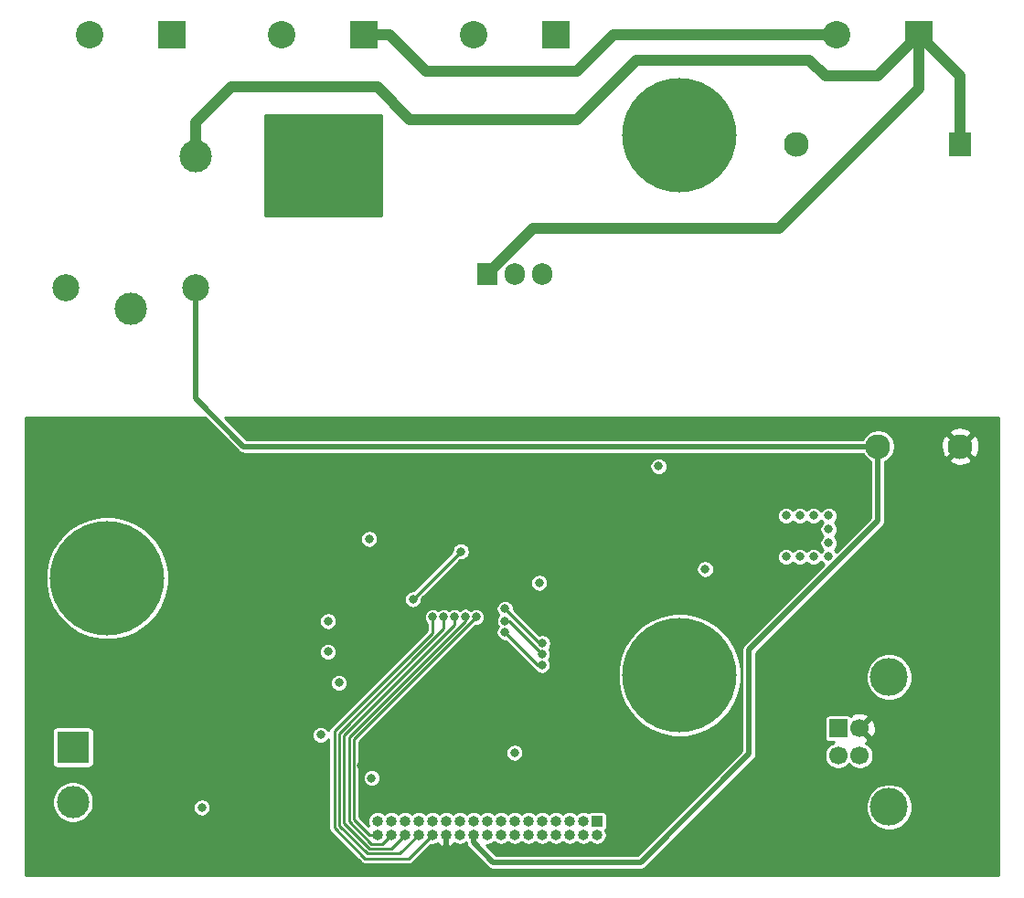
<source format=gbr>
%TF.GenerationSoftware,KiCad,Pcbnew,(5.1.7)-1*%
%TF.CreationDate,2021-04-04T08:26:08+02:00*%
%TF.ProjectId,Reflow_Ofen_V2,5265666c-6f77-45f4-9f66-656e5f56322e,rev?*%
%TF.SameCoordinates,Original*%
%TF.FileFunction,Copper,L4,Bot*%
%TF.FilePolarity,Positive*%
%FSLAX46Y46*%
G04 Gerber Fmt 4.6, Leading zero omitted, Abs format (unit mm)*
G04 Created by KiCad (PCBNEW (5.1.7)-1) date 2021-04-04 08:26:08*
%MOMM*%
%LPD*%
G01*
G04 APERTURE LIST*
%TA.AperFunction,ComponentPad*%
%ADD10O,1.000000X1.000000*%
%TD*%
%TA.AperFunction,ComponentPad*%
%ADD11R,1.000000X1.000000*%
%TD*%
%TA.AperFunction,ComponentPad*%
%ADD12C,2.500000*%
%TD*%
%TA.AperFunction,ComponentPad*%
%ADD13C,3.000000*%
%TD*%
%TA.AperFunction,ComponentPad*%
%ADD14R,1.700000X1.700000*%
%TD*%
%TA.AperFunction,ComponentPad*%
%ADD15C,1.700000*%
%TD*%
%TA.AperFunction,ComponentPad*%
%ADD16C,3.500000*%
%TD*%
%TA.AperFunction,ComponentPad*%
%ADD17R,2.540000X2.540000*%
%TD*%
%TA.AperFunction,ComponentPad*%
%ADD18C,2.540000*%
%TD*%
%TA.AperFunction,ComponentPad*%
%ADD19R,1.905000X2.000000*%
%TD*%
%TA.AperFunction,ComponentPad*%
%ADD20O,1.905000X2.000000*%
%TD*%
%TA.AperFunction,ComponentPad*%
%ADD21C,10.600000*%
%TD*%
%TA.AperFunction,ComponentPad*%
%ADD22C,0.900000*%
%TD*%
%TA.AperFunction,ComponentPad*%
%ADD23C,2.300000*%
%TD*%
%TA.AperFunction,ComponentPad*%
%ADD24R,2.000000X2.300000*%
%TD*%
%TA.AperFunction,ComponentPad*%
%ADD25R,3.000000X3.000000*%
%TD*%
%TA.AperFunction,ViaPad*%
%ADD26C,0.800000*%
%TD*%
%TA.AperFunction,Conductor*%
%ADD27C,0.500000*%
%TD*%
%TA.AperFunction,Conductor*%
%ADD28C,1.000000*%
%TD*%
%TA.AperFunction,Conductor*%
%ADD29C,0.250000*%
%TD*%
%TA.AperFunction,Conductor*%
%ADD30C,0.254000*%
%TD*%
%TA.AperFunction,Conductor*%
%ADD31C,0.100000*%
%TD*%
G04 APERTURE END LIST*
D10*
%TO.P,J1,34*%
%TO.N,/STMF415VGT6/MCU_D2*%
X80010000Y-114808000D03*
%TO.P,J1,33*%
%TO.N,/STMF415VGT6/MCU_D4*%
X80010000Y-113538000D03*
%TO.P,J1,32*%
%TO.N,/STMF415VGT6/MCU_D3*%
X81280000Y-114808000D03*
%TO.P,J1,31*%
%TO.N,/STMF415VGT6/MCU_D5*%
X81280000Y-113538000D03*
%TO.P,J1,30*%
%TO.N,/STMF415VGT6/MCU_NOE*%
X82550000Y-114808000D03*
%TO.P,J1,29*%
%TO.N,/STMF415VGT6/MCU_D6*%
X82550000Y-113538000D03*
%TO.P,J1,28*%
%TO.N,/STMF415VGT6/MCU_NWE*%
X83820000Y-114808000D03*
%TO.P,J1,27*%
%TO.N,/STMF415VGT6/MCU_D7*%
X83820000Y-113538000D03*
%TO.P,J1,26*%
%TO.N,/STMF415VGT6/MCU_NE1*%
X85090000Y-114808000D03*
%TO.P,J1,25*%
%TO.N,/STMF415VGT6/MCU_D8*%
X85090000Y-113538000D03*
%TO.P,J1,24*%
%TO.N,GND*%
X86360000Y-114808000D03*
%TO.P,J1,23*%
%TO.N,/STMF415VGT6/MCU_D9*%
X86360000Y-113538000D03*
%TO.P,J1,22*%
%TO.N,+3V3*%
X87630000Y-114808000D03*
%TO.P,J1,21*%
%TO.N,/STMF415VGT6/MCU_D10*%
X87630000Y-113538000D03*
%TO.P,J1,20*%
%TO.N,+5V*%
X88900000Y-114808000D03*
%TO.P,J1,19*%
%TO.N,/STMF415VGT6/MCU_D11*%
X88900000Y-113538000D03*
%TO.P,J1,18*%
%TO.N,/SPI3_SCLK*%
X90170000Y-114808000D03*
%TO.P,J1,17*%
%TO.N,/STMF415VGT6/MCU_D12*%
X90170000Y-113538000D03*
%TO.P,J1,16*%
%TO.N,/SPI3_SCLK*%
X91440000Y-114808000D03*
%TO.P,J1,15*%
%TO.N,/TOUCH_CS*%
X91440000Y-113538000D03*
%TO.P,J1,14*%
%TO.N,/SPI3_MISO*%
X92710000Y-114808000D03*
%TO.P,J1,13*%
%TO.N,/TOUCH_IRQ*%
X92710000Y-113538000D03*
%TO.P,J1,12*%
%TO.N,/SPI3_MISO*%
X93980000Y-114808000D03*
%TO.P,J1,11*%
%TO.N,/SD_CS*%
X93980000Y-113538000D03*
%TO.P,J1,10*%
%TO.N,/SPI3_MOSI*%
X95250000Y-114808000D03*
%TO.P,J1,9*%
%TO.N,/FLASH_CS*%
X95250000Y-113538000D03*
%TO.P,J1,8*%
%TO.N,/SPI3_MOSI*%
X96520000Y-114808000D03*
%TO.P,J1,7*%
%TO.N,/STMF415VGT6/MCU_TFT_RST*%
X96520000Y-113538000D03*
%TO.P,J1,6*%
%TO.N,/STMF415VGT6/MCU_D1*%
X97790000Y-114808000D03*
%TO.P,J1,5*%
%TO.N,/STMF415VGT6/MCU_D13*%
X97790000Y-113538000D03*
%TO.P,J1,4*%
%TO.N,/STMF415VGT6/MCU_D0*%
X99060000Y-114808000D03*
%TO.P,J1,3*%
%TO.N,/STMF415VGT6/MCU_D14*%
X99060000Y-113538000D03*
%TO.P,J1,2*%
%TO.N,/STMF415VGT6/MCU_A16*%
X100330000Y-114808000D03*
D11*
%TO.P,J1,1*%
%TO.N,/STMF415VGT6/MCU_D15*%
X100330000Y-113538000D03*
%TD*%
D12*
%TO.P,K1,2*%
%TO.N,+5V*%
X63200000Y-64090000D03*
D13*
%TO.P,K1,3*%
%TO.N,AC_N*%
X63200000Y-51890000D03*
D12*
%TO.P,K1,5*%
%TO.N,Net-(D5-Pad2)*%
X51200000Y-64090000D03*
D13*
%TO.P,K1,1*%
%TO.N,Net-(CONN_FAN1-Pad2)*%
X57150000Y-66040000D03*
%TD*%
D14*
%TO.P,CONN1,1*%
%TO.N,N/C*%
X122682000Y-104942000D03*
D15*
%TO.P,CONN1,2*%
%TO.N,/Connectors/USB_D-*%
X122682000Y-107442000D03*
%TO.P,CONN1,3*%
%TO.N,/Connectors/USB_D+*%
X124682000Y-107442000D03*
%TO.P,CONN1,4*%
%TO.N,GND*%
X124682000Y-104942000D03*
D16*
%TO.P,CONN1,5*%
%TO.N,Net-(CONN1-Pad5)*%
X127392000Y-100172000D03*
X127392000Y-112212000D03*
%TD*%
D17*
%TO.P,CONN_AC1,1*%
%TO.N,AC_N*%
X130175000Y-40640000D03*
D18*
%TO.P,CONN_AC1,2*%
%TO.N,AC_L*%
X122555000Y-40640000D03*
%TD*%
D17*
%TO.P,CONN_HEATER1,1*%
%TO.N,AC_L*%
X96520000Y-40640000D03*
D18*
%TO.P,CONN_HEATER1,2*%
%TO.N,Net-(CONN_HEATER1-Pad2)*%
X88900000Y-40640000D03*
%TD*%
%TO.P,CONN_LIGHT1,2*%
%TO.N,Net-(CONN_LIGHT1-Pad2)*%
X71120000Y-40640000D03*
D17*
%TO.P,CONN_LIGHT1,1*%
%TO.N,AC_L*%
X78740000Y-40640000D03*
%TD*%
%TO.P,CONN_FAN1,1*%
%TO.N,AC_L*%
X60960000Y-40640000D03*
D18*
%TO.P,CONN_FAN1,2*%
%TO.N,Net-(CONN_FAN1-Pad2)*%
X53340000Y-40640000D03*
%TD*%
D19*
%TO.P,D3,1*%
%TO.N,AC_N*%
X90170000Y-62865000D03*
D20*
%TO.P,D3,2*%
%TO.N,Net-(CONN_HEATER1-Pad2)*%
X92710000Y-62865000D03*
%TO.P,D3,3*%
%TO.N,Net-(D3-Pad3)*%
X95250000Y-62865000D03*
%TD*%
D21*
%TO.P,H1,1*%
%TO.N,Net-(H1-Pad1)*%
X55000000Y-91000000D03*
D22*
X58975000Y-91000000D03*
X57810749Y-93810749D03*
X55000000Y-94975000D03*
X52189251Y-93810749D03*
X51025000Y-91000000D03*
X52189251Y-88189251D03*
X55000000Y-87025000D03*
X57810749Y-88189251D03*
%TD*%
%TO.P,H2,1*%
%TO.N,Net-(H2-Pad1)*%
X110810749Y-47189251D03*
X108000000Y-46025000D03*
X105189251Y-47189251D03*
X104025000Y-50000000D03*
X105189251Y-52810749D03*
X108000000Y-53975000D03*
X110810749Y-52810749D03*
X111975000Y-50000000D03*
D21*
X108000000Y-50000000D03*
%TD*%
%TO.P,H3,1*%
%TO.N,Net-(H3-Pad1)*%
X108000000Y-100000000D03*
D22*
X111975000Y-100000000D03*
X110810749Y-102810749D03*
X108000000Y-103975000D03*
X105189251Y-102810749D03*
X104025000Y-100000000D03*
X105189251Y-97189251D03*
X108000000Y-96025000D03*
X110810749Y-97189251D03*
%TD*%
D23*
%TO.P,PS1,3*%
%TO.N,GND*%
X133985000Y-78800000D03*
D24*
%TO.P,PS1,1*%
%TO.N,AC_N*%
X133985000Y-50800000D03*
D23*
%TO.P,PS1,2*%
%TO.N,AC_L*%
X118785000Y-50800000D03*
%TO.P,PS1,4*%
%TO.N,+5V*%
X126385000Y-78800000D03*
%TD*%
D25*
%TO.P,THERMOCOUPLE1,1*%
%TO.N,Net-(C20-Pad1)*%
X51816000Y-106680000D03*
D13*
%TO.P,THERMOCOUPLE1,2*%
%TO.N,Net-(C19-Pad1)*%
X51816000Y-111760000D03*
%TD*%
D26*
%TO.N,+3V3*%
X94996000Y-91440000D03*
X110363000Y-90170000D03*
X106045000Y-80645000D03*
X121793000Y-85217000D03*
X121793000Y-86487000D03*
X121793000Y-89027000D03*
X120396000Y-85217000D03*
X120396000Y-89027000D03*
X119126000Y-85217000D03*
X119126000Y-89027000D03*
X117856000Y-89027000D03*
X117856000Y-85217000D03*
X121793000Y-87757000D03*
X63754000Y-112268000D03*
X79471330Y-109524869D03*
X74763603Y-105533637D03*
X76454000Y-100711000D03*
X75438000Y-97835000D03*
X75438000Y-94996000D03*
X79248000Y-87376000D03*
X92710000Y-107188000D03*
%TO.N,GND*%
X117221000Y-100711000D03*
X92075000Y-86487000D03*
X100965000Y-86360000D03*
X90551000Y-89154000D03*
X93853000Y-90551000D03*
X127254000Y-90932000D03*
X78544847Y-108389847D03*
X80899000Y-94234000D03*
X84582000Y-93345000D03*
X83439000Y-96520000D03*
X80899000Y-98933000D03*
X91186000Y-97536000D03*
X88900000Y-100203000D03*
X86614000Y-102489000D03*
X84328000Y-104775000D03*
%TO.N,/Connectors/CONN_NRST*%
X87733847Y-88532847D03*
X83312000Y-92964000D03*
%TO.N,/SPI3_SCLK*%
X91821000Y-93853000D03*
X95262651Y-97031346D03*
%TO.N,/SPI3_MISO*%
X95250000Y-98044000D03*
X91825653Y-94991347D03*
%TO.N,/SPI3_MOSI*%
X91821000Y-96012000D03*
X95250000Y-99060000D03*
%TO.N,/STMF415VGT6/MCU_D2*%
X89154000Y-94615000D03*
%TO.N,/STMF415VGT6/MCU_D3*%
X88141346Y-94602349D03*
%TO.N,/STMF415VGT6/MCU_NOE*%
X87141444Y-94616524D03*
%TO.N,/STMF415VGT6/MCU_NWE*%
X86141444Y-94614847D03*
%TO.N,/STMF415VGT6/MCU_NE1*%
X85141443Y-94615012D03*
%TO.N,Net-(CONN_LIGHT1-Pad2)*%
X70500000Y-49000000D03*
X73500000Y-49000000D03*
X76500000Y-49000000D03*
X79500000Y-49000000D03*
X70500000Y-51500000D03*
X73500000Y-51500000D03*
X76500000Y-51500000D03*
X79500000Y-51500000D03*
X79500000Y-54000000D03*
X79500000Y-56500000D03*
X76500000Y-56500000D03*
X73500000Y-56500000D03*
X70500000Y-56500000D03*
X70500000Y-54000000D03*
X73500000Y-54000000D03*
X76500000Y-54000000D03*
%TD*%
D27*
%TO.N,+5V*%
X126385000Y-78800000D02*
X67624000Y-78800000D01*
X63200000Y-74376000D02*
X63200000Y-64090000D01*
X67624000Y-78800000D02*
X63200000Y-74376000D01*
X88900000Y-115515106D02*
X90732894Y-117348000D01*
X88900000Y-114808000D02*
X88900000Y-115515106D01*
X90732894Y-117348000D02*
X104394000Y-117348000D01*
X104394000Y-117348000D02*
X114427000Y-107315000D01*
X126385000Y-85693002D02*
X126385000Y-78800000D01*
X114427000Y-97651002D02*
X126385000Y-85693002D01*
X114427000Y-107315000D02*
X114427000Y-97651002D01*
D28*
%TO.N,AC_L*%
X78740000Y-40640000D02*
X81140000Y-40640000D01*
X81140000Y-40640000D02*
X84500000Y-44000000D01*
X84500000Y-44000000D02*
X98500000Y-44000000D01*
X101860000Y-40640000D02*
X122555000Y-40640000D01*
X98500000Y-44000000D02*
X101860000Y-40640000D01*
%TO.N,AC_N*%
X133985000Y-44450000D02*
X133985000Y-50800000D01*
X130175000Y-40640000D02*
X133985000Y-44450000D01*
X90170000Y-62865000D02*
X94435000Y-58600000D01*
X94435000Y-58600000D02*
X117200000Y-58600000D01*
X130175000Y-45625000D02*
X130175000Y-40640000D01*
X117200000Y-58600000D02*
X130175000Y-45625000D01*
X63200000Y-51890000D02*
X63200000Y-48800000D01*
X63200000Y-48800000D02*
X66500000Y-45500000D01*
X66500000Y-45500000D02*
X80000000Y-45500000D01*
X80000000Y-45500000D02*
X83000000Y-48500000D01*
X83000000Y-48500000D02*
X98500000Y-48500000D01*
X98500000Y-48500000D02*
X104000000Y-43000000D01*
X104000000Y-43000000D02*
X120000000Y-43000000D01*
X120000000Y-43000000D02*
X121500000Y-44500000D01*
X126315000Y-44500000D02*
X130175000Y-40640000D01*
X121500000Y-44500000D02*
X126315000Y-44500000D01*
D29*
%TO.N,/Connectors/CONN_NRST*%
X83312000Y-92954694D02*
X83312000Y-92964000D01*
X87733847Y-88532847D02*
X83312000Y-92954694D01*
%TO.N,/SPI3_SCLK*%
X94999346Y-97031346D02*
X95262651Y-97031346D01*
X91821000Y-93853000D02*
X94999346Y-97031346D01*
%TO.N,/SPI3_MISO*%
X92197347Y-94991347D02*
X91825653Y-94991347D01*
X95250000Y-98044000D02*
X92197347Y-94991347D01*
%TO.N,/SPI3_MOSI*%
X94869000Y-99060000D02*
X95250000Y-99060000D01*
X91821000Y-96012000D02*
X94869000Y-99060000D01*
%TO.N,/STMF415VGT6/MCU_D2*%
X80010000Y-114808000D02*
X79248000Y-114808000D01*
X79248000Y-114808000D02*
X78486000Y-114046000D01*
X77819846Y-105949154D02*
X89154000Y-94615000D01*
X77819846Y-113379846D02*
X77819846Y-105949154D01*
X78486000Y-114046000D02*
X77819846Y-113379846D01*
%TO.N,/STMF415VGT6/MCU_D3*%
X77369836Y-113566246D02*
X77369837Y-105762753D01*
X79436591Y-115633001D02*
X77369836Y-113566246D01*
X80454999Y-115633001D02*
X79436591Y-115633001D01*
X81280000Y-114808000D02*
X80454999Y-115633001D01*
X88141346Y-94991244D02*
X88141346Y-94602349D01*
X77369837Y-105762753D02*
X88141346Y-94991244D01*
%TO.N,/STMF415VGT6/MCU_NOE*%
X76919827Y-113752645D02*
X76919828Y-105576352D01*
X79250190Y-116083010D02*
X76919827Y-113752645D01*
X81274990Y-116083010D02*
X79250190Y-116083010D01*
X82550000Y-114808000D02*
X81274990Y-116083010D01*
X76919828Y-105576352D02*
X85406090Y-97090090D01*
X87141444Y-95354736D02*
X87141444Y-94616524D01*
X85406090Y-97090090D02*
X87141444Y-95354736D01*
%TO.N,/STMF415VGT6/MCU_NWE*%
X79063790Y-116533020D02*
X76469818Y-113939045D01*
X82094980Y-116533020D02*
X79063790Y-116533020D01*
X83820000Y-114808000D02*
X82094980Y-116533020D01*
X76469818Y-113939045D02*
X76469819Y-105389951D01*
X76469819Y-105389951D02*
X84198885Y-97660885D01*
X86141444Y-95718326D02*
X86141444Y-94614847D01*
X84198885Y-97660885D02*
X86141444Y-95718326D01*
%TO.N,/STMF415VGT6/MCU_NE1*%
X78877390Y-116983030D02*
X78877389Y-116983028D01*
X82914970Y-116983030D02*
X78877390Y-116983030D01*
X85090000Y-114808000D02*
X82914970Y-116983030D01*
X76019809Y-114125444D02*
X76019810Y-105203550D01*
X78877389Y-116983028D02*
X76019809Y-114125444D01*
X85141443Y-96081917D02*
X85141443Y-94615012D01*
X76019810Y-105203550D02*
X85141443Y-96081917D01*
%TD*%
D30*
%TO.N,Net-(CONN_LIGHT1-Pad2)*%
X80373000Y-57373000D02*
X69627000Y-57373000D01*
X69627000Y-48127000D01*
X80373000Y-48127000D01*
X80373000Y-57373000D01*
%TA.AperFunction,Conductor*%
D31*
G36*
X80373000Y-57373000D02*
G01*
X69627000Y-57373000D01*
X69627000Y-48127000D01*
X80373000Y-48127000D01*
X80373000Y-57373000D01*
G37*
%TD.AperFunction*%
%TD*%
D30*
%TO.N,GND*%
X67121778Y-79255201D02*
X67142973Y-79281027D01*
X67168799Y-79302222D01*
X67168801Y-79302224D01*
X67246059Y-79365628D01*
X67363670Y-79428492D01*
X67491285Y-79467204D01*
X67624000Y-79480275D01*
X67657252Y-79477000D01*
X124958491Y-79477000D01*
X124987481Y-79546989D01*
X125160064Y-79805279D01*
X125379721Y-80024936D01*
X125638011Y-80197519D01*
X125708001Y-80226510D01*
X125708000Y-85412579D01*
X122509628Y-88610951D01*
X122435372Y-88499819D01*
X122327553Y-88392000D01*
X122435372Y-88284181D01*
X122525877Y-88148731D01*
X122588218Y-87998227D01*
X122620000Y-87838452D01*
X122620000Y-87675548D01*
X122588218Y-87515773D01*
X122525877Y-87365269D01*
X122435372Y-87229819D01*
X122327553Y-87122000D01*
X122435372Y-87014181D01*
X122525877Y-86878731D01*
X122588218Y-86728227D01*
X122620000Y-86568452D01*
X122620000Y-86405548D01*
X122588218Y-86245773D01*
X122525877Y-86095269D01*
X122435372Y-85959819D01*
X122327553Y-85852000D01*
X122435372Y-85744181D01*
X122525877Y-85608731D01*
X122588218Y-85458227D01*
X122620000Y-85298452D01*
X122620000Y-85135548D01*
X122588218Y-84975773D01*
X122525877Y-84825269D01*
X122435372Y-84689819D01*
X122320181Y-84574628D01*
X122184731Y-84484123D01*
X122034227Y-84421782D01*
X121874452Y-84390000D01*
X121711548Y-84390000D01*
X121551773Y-84421782D01*
X121401269Y-84484123D01*
X121265819Y-84574628D01*
X121150628Y-84689819D01*
X121094500Y-84773820D01*
X121038372Y-84689819D01*
X120923181Y-84574628D01*
X120787731Y-84484123D01*
X120637227Y-84421782D01*
X120477452Y-84390000D01*
X120314548Y-84390000D01*
X120154773Y-84421782D01*
X120004269Y-84484123D01*
X119868819Y-84574628D01*
X119761000Y-84682447D01*
X119653181Y-84574628D01*
X119517731Y-84484123D01*
X119367227Y-84421782D01*
X119207452Y-84390000D01*
X119044548Y-84390000D01*
X118884773Y-84421782D01*
X118734269Y-84484123D01*
X118598819Y-84574628D01*
X118491000Y-84682447D01*
X118383181Y-84574628D01*
X118247731Y-84484123D01*
X118097227Y-84421782D01*
X117937452Y-84390000D01*
X117774548Y-84390000D01*
X117614773Y-84421782D01*
X117464269Y-84484123D01*
X117328819Y-84574628D01*
X117213628Y-84689819D01*
X117123123Y-84825269D01*
X117060782Y-84975773D01*
X117029000Y-85135548D01*
X117029000Y-85298452D01*
X117060782Y-85458227D01*
X117123123Y-85608731D01*
X117213628Y-85744181D01*
X117328819Y-85859372D01*
X117464269Y-85949877D01*
X117614773Y-86012218D01*
X117774548Y-86044000D01*
X117937452Y-86044000D01*
X118097227Y-86012218D01*
X118247731Y-85949877D01*
X118383181Y-85859372D01*
X118491000Y-85751553D01*
X118598819Y-85859372D01*
X118734269Y-85949877D01*
X118884773Y-86012218D01*
X119044548Y-86044000D01*
X119207452Y-86044000D01*
X119367227Y-86012218D01*
X119517731Y-85949877D01*
X119653181Y-85859372D01*
X119761000Y-85751553D01*
X119868819Y-85859372D01*
X120004269Y-85949877D01*
X120154773Y-86012218D01*
X120314548Y-86044000D01*
X120477452Y-86044000D01*
X120637227Y-86012218D01*
X120787731Y-85949877D01*
X120923181Y-85859372D01*
X121038372Y-85744181D01*
X121094500Y-85660180D01*
X121150628Y-85744181D01*
X121258447Y-85852000D01*
X121150628Y-85959819D01*
X121060123Y-86095269D01*
X120997782Y-86245773D01*
X120966000Y-86405548D01*
X120966000Y-86568452D01*
X120997782Y-86728227D01*
X121060123Y-86878731D01*
X121150628Y-87014181D01*
X121258447Y-87122000D01*
X121150628Y-87229819D01*
X121060123Y-87365269D01*
X120997782Y-87515773D01*
X120966000Y-87675548D01*
X120966000Y-87838452D01*
X120997782Y-87998227D01*
X121060123Y-88148731D01*
X121150628Y-88284181D01*
X121258447Y-88392000D01*
X121150628Y-88499819D01*
X121094500Y-88583820D01*
X121038372Y-88499819D01*
X120923181Y-88384628D01*
X120787731Y-88294123D01*
X120637227Y-88231782D01*
X120477452Y-88200000D01*
X120314548Y-88200000D01*
X120154773Y-88231782D01*
X120004269Y-88294123D01*
X119868819Y-88384628D01*
X119761000Y-88492447D01*
X119653181Y-88384628D01*
X119517731Y-88294123D01*
X119367227Y-88231782D01*
X119207452Y-88200000D01*
X119044548Y-88200000D01*
X118884773Y-88231782D01*
X118734269Y-88294123D01*
X118598819Y-88384628D01*
X118491000Y-88492447D01*
X118383181Y-88384628D01*
X118247731Y-88294123D01*
X118097227Y-88231782D01*
X117937452Y-88200000D01*
X117774548Y-88200000D01*
X117614773Y-88231782D01*
X117464269Y-88294123D01*
X117328819Y-88384628D01*
X117213628Y-88499819D01*
X117123123Y-88635269D01*
X117060782Y-88785773D01*
X117029000Y-88945548D01*
X117029000Y-89108452D01*
X117060782Y-89268227D01*
X117123123Y-89418731D01*
X117213628Y-89554181D01*
X117328819Y-89669372D01*
X117464269Y-89759877D01*
X117614773Y-89822218D01*
X117774548Y-89854000D01*
X117937452Y-89854000D01*
X118097227Y-89822218D01*
X118247731Y-89759877D01*
X118383181Y-89669372D01*
X118491000Y-89561553D01*
X118598819Y-89669372D01*
X118734269Y-89759877D01*
X118884773Y-89822218D01*
X119044548Y-89854000D01*
X119207452Y-89854000D01*
X119367227Y-89822218D01*
X119517731Y-89759877D01*
X119653181Y-89669372D01*
X119761000Y-89561553D01*
X119868819Y-89669372D01*
X120004269Y-89759877D01*
X120154773Y-89822218D01*
X120314548Y-89854000D01*
X120477452Y-89854000D01*
X120637227Y-89822218D01*
X120787731Y-89759877D01*
X120923181Y-89669372D01*
X121038372Y-89554181D01*
X121094500Y-89470180D01*
X121150628Y-89554181D01*
X121265819Y-89669372D01*
X121376951Y-89743628D01*
X113971800Y-97148780D01*
X113945974Y-97169975D01*
X113924779Y-97195801D01*
X113924776Y-97195804D01*
X113861372Y-97273062D01*
X113798508Y-97390673D01*
X113759796Y-97518288D01*
X113746726Y-97651002D01*
X113750001Y-97684257D01*
X113750000Y-107034577D01*
X104113578Y-116671000D01*
X91013317Y-116671000D01*
X90076973Y-115734657D01*
X90078699Y-115735000D01*
X90261301Y-115735000D01*
X90440396Y-115699376D01*
X90609099Y-115629496D01*
X90760928Y-115528048D01*
X90805000Y-115483976D01*
X90849072Y-115528048D01*
X91000901Y-115629496D01*
X91169604Y-115699376D01*
X91348699Y-115735000D01*
X91531301Y-115735000D01*
X91710396Y-115699376D01*
X91879099Y-115629496D01*
X92030928Y-115528048D01*
X92075000Y-115483976D01*
X92119072Y-115528048D01*
X92270901Y-115629496D01*
X92439604Y-115699376D01*
X92618699Y-115735000D01*
X92801301Y-115735000D01*
X92980396Y-115699376D01*
X93149099Y-115629496D01*
X93300928Y-115528048D01*
X93345000Y-115483976D01*
X93389072Y-115528048D01*
X93540901Y-115629496D01*
X93709604Y-115699376D01*
X93888699Y-115735000D01*
X94071301Y-115735000D01*
X94250396Y-115699376D01*
X94419099Y-115629496D01*
X94570928Y-115528048D01*
X94615000Y-115483976D01*
X94659072Y-115528048D01*
X94810901Y-115629496D01*
X94979604Y-115699376D01*
X95158699Y-115735000D01*
X95341301Y-115735000D01*
X95520396Y-115699376D01*
X95689099Y-115629496D01*
X95840928Y-115528048D01*
X95885000Y-115483976D01*
X95929072Y-115528048D01*
X96080901Y-115629496D01*
X96249604Y-115699376D01*
X96428699Y-115735000D01*
X96611301Y-115735000D01*
X96790396Y-115699376D01*
X96959099Y-115629496D01*
X97110928Y-115528048D01*
X97155000Y-115483976D01*
X97199072Y-115528048D01*
X97350901Y-115629496D01*
X97519604Y-115699376D01*
X97698699Y-115735000D01*
X97881301Y-115735000D01*
X98060396Y-115699376D01*
X98229099Y-115629496D01*
X98380928Y-115528048D01*
X98425000Y-115483976D01*
X98469072Y-115528048D01*
X98620901Y-115629496D01*
X98789604Y-115699376D01*
X98968699Y-115735000D01*
X99151301Y-115735000D01*
X99330396Y-115699376D01*
X99499099Y-115629496D01*
X99650928Y-115528048D01*
X99695000Y-115483976D01*
X99739072Y-115528048D01*
X99890901Y-115629496D01*
X100059604Y-115699376D01*
X100238699Y-115735000D01*
X100421301Y-115735000D01*
X100600396Y-115699376D01*
X100769099Y-115629496D01*
X100920928Y-115528048D01*
X101050048Y-115398928D01*
X101151496Y-115247099D01*
X101221376Y-115078396D01*
X101257000Y-114899301D01*
X101257000Y-114716699D01*
X101221376Y-114537604D01*
X101151496Y-114368901D01*
X101133216Y-114341542D01*
X101133395Y-114341395D01*
X101186755Y-114276376D01*
X101226405Y-114202196D01*
X101250822Y-114121707D01*
X101259066Y-114038000D01*
X101259066Y-113038000D01*
X101250822Y-112954293D01*
X101226405Y-112873804D01*
X101186755Y-112799624D01*
X101133395Y-112734605D01*
X101068376Y-112681245D01*
X100994196Y-112641595D01*
X100913707Y-112617178D01*
X100830000Y-112608934D01*
X99830000Y-112608934D01*
X99746293Y-112617178D01*
X99665804Y-112641595D01*
X99591624Y-112681245D01*
X99526605Y-112734605D01*
X99526458Y-112734784D01*
X99499099Y-112716504D01*
X99330396Y-112646624D01*
X99151301Y-112611000D01*
X98968699Y-112611000D01*
X98789604Y-112646624D01*
X98620901Y-112716504D01*
X98469072Y-112817952D01*
X98425000Y-112862024D01*
X98380928Y-112817952D01*
X98229099Y-112716504D01*
X98060396Y-112646624D01*
X97881301Y-112611000D01*
X97698699Y-112611000D01*
X97519604Y-112646624D01*
X97350901Y-112716504D01*
X97199072Y-112817952D01*
X97155000Y-112862024D01*
X97110928Y-112817952D01*
X96959099Y-112716504D01*
X96790396Y-112646624D01*
X96611301Y-112611000D01*
X96428699Y-112611000D01*
X96249604Y-112646624D01*
X96080901Y-112716504D01*
X95929072Y-112817952D01*
X95885000Y-112862024D01*
X95840928Y-112817952D01*
X95689099Y-112716504D01*
X95520396Y-112646624D01*
X95341301Y-112611000D01*
X95158699Y-112611000D01*
X94979604Y-112646624D01*
X94810901Y-112716504D01*
X94659072Y-112817952D01*
X94615000Y-112862024D01*
X94570928Y-112817952D01*
X94419099Y-112716504D01*
X94250396Y-112646624D01*
X94071301Y-112611000D01*
X93888699Y-112611000D01*
X93709604Y-112646624D01*
X93540901Y-112716504D01*
X93389072Y-112817952D01*
X93345000Y-112862024D01*
X93300928Y-112817952D01*
X93149099Y-112716504D01*
X92980396Y-112646624D01*
X92801301Y-112611000D01*
X92618699Y-112611000D01*
X92439604Y-112646624D01*
X92270901Y-112716504D01*
X92119072Y-112817952D01*
X92075000Y-112862024D01*
X92030928Y-112817952D01*
X91879099Y-112716504D01*
X91710396Y-112646624D01*
X91531301Y-112611000D01*
X91348699Y-112611000D01*
X91169604Y-112646624D01*
X91000901Y-112716504D01*
X90849072Y-112817952D01*
X90805000Y-112862024D01*
X90760928Y-112817952D01*
X90609099Y-112716504D01*
X90440396Y-112646624D01*
X90261301Y-112611000D01*
X90078699Y-112611000D01*
X89899604Y-112646624D01*
X89730901Y-112716504D01*
X89579072Y-112817952D01*
X89535000Y-112862024D01*
X89490928Y-112817952D01*
X89339099Y-112716504D01*
X89170396Y-112646624D01*
X88991301Y-112611000D01*
X88808699Y-112611000D01*
X88629604Y-112646624D01*
X88460901Y-112716504D01*
X88309072Y-112817952D01*
X88265000Y-112862024D01*
X88220928Y-112817952D01*
X88069099Y-112716504D01*
X87900396Y-112646624D01*
X87721301Y-112611000D01*
X87538699Y-112611000D01*
X87359604Y-112646624D01*
X87190901Y-112716504D01*
X87039072Y-112817952D01*
X86995000Y-112862024D01*
X86950928Y-112817952D01*
X86799099Y-112716504D01*
X86630396Y-112646624D01*
X86451301Y-112611000D01*
X86268699Y-112611000D01*
X86089604Y-112646624D01*
X85920901Y-112716504D01*
X85769072Y-112817952D01*
X85725000Y-112862024D01*
X85680928Y-112817952D01*
X85529099Y-112716504D01*
X85360396Y-112646624D01*
X85181301Y-112611000D01*
X84998699Y-112611000D01*
X84819604Y-112646624D01*
X84650901Y-112716504D01*
X84499072Y-112817952D01*
X84455000Y-112862024D01*
X84410928Y-112817952D01*
X84259099Y-112716504D01*
X84090396Y-112646624D01*
X83911301Y-112611000D01*
X83728699Y-112611000D01*
X83549604Y-112646624D01*
X83380901Y-112716504D01*
X83229072Y-112817952D01*
X83185000Y-112862024D01*
X83140928Y-112817952D01*
X82989099Y-112716504D01*
X82820396Y-112646624D01*
X82641301Y-112611000D01*
X82458699Y-112611000D01*
X82279604Y-112646624D01*
X82110901Y-112716504D01*
X81959072Y-112817952D01*
X81915000Y-112862024D01*
X81870928Y-112817952D01*
X81719099Y-112716504D01*
X81550396Y-112646624D01*
X81371301Y-112611000D01*
X81188699Y-112611000D01*
X81009604Y-112646624D01*
X80840901Y-112716504D01*
X80689072Y-112817952D01*
X80645000Y-112862024D01*
X80600928Y-112817952D01*
X80449099Y-112716504D01*
X80280396Y-112646624D01*
X80101301Y-112611000D01*
X79918699Y-112611000D01*
X79739604Y-112646624D01*
X79570901Y-112716504D01*
X79419072Y-112817952D01*
X79289952Y-112947072D01*
X79188504Y-113098901D01*
X79118624Y-113267604D01*
X79083000Y-113446699D01*
X79083000Y-113629301D01*
X79118624Y-113808396D01*
X79181970Y-113961326D01*
X78895500Y-113674856D01*
X78895491Y-113674845D01*
X78371846Y-113151201D01*
X78371846Y-109443417D01*
X78644330Y-109443417D01*
X78644330Y-109606321D01*
X78676112Y-109766096D01*
X78738453Y-109916600D01*
X78828958Y-110052050D01*
X78944149Y-110167241D01*
X79079599Y-110257746D01*
X79230103Y-110320087D01*
X79389878Y-110351869D01*
X79552782Y-110351869D01*
X79712557Y-110320087D01*
X79863061Y-110257746D01*
X79998511Y-110167241D01*
X80113702Y-110052050D01*
X80204207Y-109916600D01*
X80266548Y-109766096D01*
X80298330Y-109606321D01*
X80298330Y-109443417D01*
X80266548Y-109283642D01*
X80204207Y-109133138D01*
X80113702Y-108997688D01*
X79998511Y-108882497D01*
X79863061Y-108791992D01*
X79712557Y-108729651D01*
X79552782Y-108697869D01*
X79389878Y-108697869D01*
X79230103Y-108729651D01*
X79079599Y-108791992D01*
X78944149Y-108882497D01*
X78828958Y-108997688D01*
X78738453Y-109133138D01*
X78676112Y-109283642D01*
X78644330Y-109443417D01*
X78371846Y-109443417D01*
X78371846Y-107106548D01*
X91883000Y-107106548D01*
X91883000Y-107269452D01*
X91914782Y-107429227D01*
X91977123Y-107579731D01*
X92067628Y-107715181D01*
X92182819Y-107830372D01*
X92318269Y-107920877D01*
X92468773Y-107983218D01*
X92628548Y-108015000D01*
X92791452Y-108015000D01*
X92951227Y-107983218D01*
X93101731Y-107920877D01*
X93237181Y-107830372D01*
X93352372Y-107715181D01*
X93442877Y-107579731D01*
X93505218Y-107429227D01*
X93537000Y-107269452D01*
X93537000Y-107106548D01*
X93505218Y-106946773D01*
X93442877Y-106796269D01*
X93352372Y-106660819D01*
X93237181Y-106545628D01*
X93101731Y-106455123D01*
X92951227Y-106392782D01*
X92791452Y-106361000D01*
X92628548Y-106361000D01*
X92468773Y-106392782D01*
X92318269Y-106455123D01*
X92182819Y-106545628D01*
X92067628Y-106660819D01*
X91977123Y-106796269D01*
X91914782Y-106946773D01*
X91883000Y-107106548D01*
X78371846Y-107106548D01*
X78371846Y-106177798D01*
X89107646Y-95442000D01*
X89235452Y-95442000D01*
X89395227Y-95410218D01*
X89545731Y-95347877D01*
X89681181Y-95257372D01*
X89796372Y-95142181D01*
X89886877Y-95006731D01*
X89949218Y-94856227D01*
X89981000Y-94696452D01*
X89981000Y-94533548D01*
X89949218Y-94373773D01*
X89886877Y-94223269D01*
X89796372Y-94087819D01*
X89681181Y-93972628D01*
X89545731Y-93882123D01*
X89395227Y-93819782D01*
X89235452Y-93788000D01*
X89072548Y-93788000D01*
X88912773Y-93819782D01*
X88762269Y-93882123D01*
X88657140Y-93952368D01*
X88533077Y-93869472D01*
X88382573Y-93807131D01*
X88222798Y-93775349D01*
X88059894Y-93775349D01*
X87900119Y-93807131D01*
X87749615Y-93869472D01*
X87630788Y-93948870D01*
X87533175Y-93883647D01*
X87382671Y-93821306D01*
X87222896Y-93789524D01*
X87059992Y-93789524D01*
X86900217Y-93821306D01*
X86749713Y-93883647D01*
X86642699Y-93955152D01*
X86533175Y-93881970D01*
X86382671Y-93819629D01*
X86222896Y-93787847D01*
X86059992Y-93787847D01*
X85900217Y-93819629D01*
X85749713Y-93881970D01*
X85641320Y-93954396D01*
X85533174Y-93882135D01*
X85382670Y-93819794D01*
X85222895Y-93788012D01*
X85059991Y-93788012D01*
X84900216Y-93819794D01*
X84749712Y-93882135D01*
X84614262Y-93972640D01*
X84499071Y-94087831D01*
X84408566Y-94223281D01*
X84346225Y-94373785D01*
X84314443Y-94533560D01*
X84314443Y-94696464D01*
X84346225Y-94856239D01*
X84408566Y-95006743D01*
X84499071Y-95142193D01*
X84589444Y-95232566D01*
X84589443Y-95853271D01*
X75648662Y-104794054D01*
X75627600Y-104811339D01*
X75607951Y-104835282D01*
X75558619Y-104895393D01*
X75507362Y-104991288D01*
X75475799Y-105095340D01*
X75474459Y-105108949D01*
X75405975Y-105006456D01*
X75290784Y-104891265D01*
X75155334Y-104800760D01*
X75004830Y-104738419D01*
X74845055Y-104706637D01*
X74682151Y-104706637D01*
X74522376Y-104738419D01*
X74371872Y-104800760D01*
X74236422Y-104891265D01*
X74121231Y-105006456D01*
X74030726Y-105141906D01*
X73968385Y-105292410D01*
X73936603Y-105452185D01*
X73936603Y-105615089D01*
X73968385Y-105774864D01*
X74030726Y-105925368D01*
X74121231Y-106060818D01*
X74236422Y-106176009D01*
X74371872Y-106266514D01*
X74522376Y-106328855D01*
X74682151Y-106360637D01*
X74845055Y-106360637D01*
X75004830Y-106328855D01*
X75155334Y-106266514D01*
X75290784Y-106176009D01*
X75405975Y-106060818D01*
X75467811Y-105968274D01*
X75467809Y-114098338D01*
X75465139Y-114125444D01*
X75467809Y-114152550D01*
X75467809Y-114152552D01*
X75475797Y-114233654D01*
X75505404Y-114331255D01*
X75507361Y-114337706D01*
X75558618Y-114433601D01*
X75576583Y-114455491D01*
X75627598Y-114517654D01*
X75648654Y-114534934D01*
X78467894Y-117354179D01*
X78485179Y-117375241D01*
X78500422Y-117387751D01*
X78513970Y-117402057D01*
X78542340Y-117422151D01*
X78569232Y-117444221D01*
X78586621Y-117453516D01*
X78602701Y-117464905D01*
X78634449Y-117479080D01*
X78665127Y-117495478D01*
X78683990Y-117501200D01*
X78701988Y-117509236D01*
X78735898Y-117516946D01*
X78769179Y-117527042D01*
X78788798Y-117528974D01*
X78808016Y-117533344D01*
X78842773Y-117534291D01*
X78850281Y-117535030D01*
X78850310Y-117535030D01*
X78877388Y-117537697D01*
X78896985Y-117535767D01*
X78916709Y-117536304D01*
X78924170Y-117535030D01*
X82887864Y-117535030D01*
X82914970Y-117537700D01*
X82942076Y-117535030D01*
X82942079Y-117535030D01*
X83023181Y-117527042D01*
X83127233Y-117495478D01*
X83223128Y-117444221D01*
X83307181Y-117375241D01*
X83324471Y-117354173D01*
X84952779Y-115725866D01*
X84998699Y-115735000D01*
X85181301Y-115735000D01*
X85360396Y-115699376D01*
X85529099Y-115629496D01*
X85561730Y-115607693D01*
X85617980Y-115666865D01*
X85799794Y-115795123D01*
X86003136Y-115885446D01*
X86058126Y-115902119D01*
X86233000Y-115775954D01*
X86233000Y-114935000D01*
X86213000Y-114935000D01*
X86213000Y-114681000D01*
X86233000Y-114681000D01*
X86233000Y-114661000D01*
X86487000Y-114661000D01*
X86487000Y-114681000D01*
X86507000Y-114681000D01*
X86507000Y-114935000D01*
X86487000Y-114935000D01*
X86487000Y-115775954D01*
X86661874Y-115902119D01*
X86716864Y-115885446D01*
X86920206Y-115795123D01*
X87102020Y-115666865D01*
X87158270Y-115607693D01*
X87190901Y-115629496D01*
X87359604Y-115699376D01*
X87538699Y-115735000D01*
X87721301Y-115735000D01*
X87900396Y-115699376D01*
X88069099Y-115629496D01*
X88220928Y-115528048D01*
X88220994Y-115527982D01*
X88223000Y-115548351D01*
X88223000Y-115548358D01*
X88232796Y-115647820D01*
X88271508Y-115775435D01*
X88334372Y-115893046D01*
X88397776Y-115970304D01*
X88397779Y-115970307D01*
X88418974Y-115996133D01*
X88444800Y-116017328D01*
X90230672Y-117803201D01*
X90251867Y-117829027D01*
X90277693Y-117850222D01*
X90277695Y-117850224D01*
X90354953Y-117913628D01*
X90472564Y-117976492D01*
X90600179Y-118015204D01*
X90732894Y-118028275D01*
X90766146Y-118025000D01*
X104360755Y-118025000D01*
X104394000Y-118028274D01*
X104427245Y-118025000D01*
X104427252Y-118025000D01*
X104526715Y-118015204D01*
X104654330Y-117976492D01*
X104771941Y-117913628D01*
X104875027Y-117829027D01*
X104896226Y-117803196D01*
X110701838Y-111997584D01*
X125215000Y-111997584D01*
X125215000Y-112426416D01*
X125298660Y-112847008D01*
X125462767Y-113243196D01*
X125701013Y-113599757D01*
X126004243Y-113902987D01*
X126360804Y-114141233D01*
X126756992Y-114305340D01*
X127177584Y-114389000D01*
X127606416Y-114389000D01*
X128027008Y-114305340D01*
X128423196Y-114141233D01*
X128779757Y-113902987D01*
X129082987Y-113599757D01*
X129321233Y-113243196D01*
X129485340Y-112847008D01*
X129569000Y-112426416D01*
X129569000Y-111997584D01*
X129485340Y-111576992D01*
X129321233Y-111180804D01*
X129082987Y-110824243D01*
X128779757Y-110521013D01*
X128423196Y-110282767D01*
X128027008Y-110118660D01*
X127606416Y-110035000D01*
X127177584Y-110035000D01*
X126756992Y-110118660D01*
X126360804Y-110282767D01*
X126004243Y-110521013D01*
X125701013Y-110824243D01*
X125462767Y-111180804D01*
X125298660Y-111576992D01*
X125215000Y-111997584D01*
X110701838Y-111997584D01*
X114882206Y-107817217D01*
X114908026Y-107796027D01*
X114929218Y-107770205D01*
X114929224Y-107770199D01*
X114992628Y-107692941D01*
X115055492Y-107575330D01*
X115094204Y-107447715D01*
X115107275Y-107315000D01*
X115104000Y-107281748D01*
X115104000Y-104092000D01*
X121402934Y-104092000D01*
X121402934Y-105792000D01*
X121411178Y-105875707D01*
X121435595Y-105956196D01*
X121475245Y-106030376D01*
X121528605Y-106095395D01*
X121593624Y-106148755D01*
X121667804Y-106188405D01*
X121748293Y-106212822D01*
X121832000Y-106221066D01*
X122292633Y-106221066D01*
X122077114Y-106310337D01*
X121867960Y-106450089D01*
X121690089Y-106627960D01*
X121550337Y-106837114D01*
X121454074Y-107069513D01*
X121405000Y-107316226D01*
X121405000Y-107567774D01*
X121454074Y-107814487D01*
X121550337Y-108046886D01*
X121690089Y-108256040D01*
X121867960Y-108433911D01*
X122077114Y-108573663D01*
X122309513Y-108669926D01*
X122556226Y-108719000D01*
X122807774Y-108719000D01*
X123054487Y-108669926D01*
X123286886Y-108573663D01*
X123496040Y-108433911D01*
X123673911Y-108256040D01*
X123682000Y-108243934D01*
X123690089Y-108256040D01*
X123867960Y-108433911D01*
X124077114Y-108573663D01*
X124309513Y-108669926D01*
X124556226Y-108719000D01*
X124807774Y-108719000D01*
X125054487Y-108669926D01*
X125286886Y-108573663D01*
X125496040Y-108433911D01*
X125673911Y-108256040D01*
X125813663Y-108046886D01*
X125909926Y-107814487D01*
X125959000Y-107567774D01*
X125959000Y-107316226D01*
X125909926Y-107069513D01*
X125813663Y-106837114D01*
X125673911Y-106627960D01*
X125496040Y-106450089D01*
X125286886Y-106310337D01*
X125277525Y-106306460D01*
X125315747Y-106292919D01*
X125453157Y-106219472D01*
X125530792Y-105970397D01*
X124682000Y-105121605D01*
X124667858Y-105135748D01*
X124488253Y-104956143D01*
X124502395Y-104942000D01*
X124861605Y-104942000D01*
X125710397Y-105790792D01*
X125959472Y-105713157D01*
X126085371Y-105449117D01*
X126157339Y-105165589D01*
X126172611Y-104873469D01*
X126130599Y-104583981D01*
X126032919Y-104308253D01*
X125959472Y-104170843D01*
X125710397Y-104093208D01*
X124861605Y-104942000D01*
X124502395Y-104942000D01*
X124488253Y-104927858D01*
X124667858Y-104748253D01*
X124682000Y-104762395D01*
X125530792Y-103913603D01*
X125453157Y-103664528D01*
X125189117Y-103538629D01*
X124905589Y-103466661D01*
X124613469Y-103451389D01*
X124323981Y-103493401D01*
X124048253Y-103591081D01*
X123910843Y-103664528D01*
X123862047Y-103821080D01*
X123835395Y-103788605D01*
X123770376Y-103735245D01*
X123696196Y-103695595D01*
X123615707Y-103671178D01*
X123532000Y-103662934D01*
X121832000Y-103662934D01*
X121748293Y-103671178D01*
X121667804Y-103695595D01*
X121593624Y-103735245D01*
X121528605Y-103788605D01*
X121475245Y-103853624D01*
X121435595Y-103927804D01*
X121411178Y-104008293D01*
X121402934Y-104092000D01*
X115104000Y-104092000D01*
X115104000Y-99957584D01*
X125215000Y-99957584D01*
X125215000Y-100386416D01*
X125298660Y-100807008D01*
X125462767Y-101203196D01*
X125701013Y-101559757D01*
X126004243Y-101862987D01*
X126360804Y-102101233D01*
X126756992Y-102265340D01*
X127177584Y-102349000D01*
X127606416Y-102349000D01*
X128027008Y-102265340D01*
X128423196Y-102101233D01*
X128779757Y-101862987D01*
X129082987Y-101559757D01*
X129321233Y-101203196D01*
X129485340Y-100807008D01*
X129569000Y-100386416D01*
X129569000Y-99957584D01*
X129485340Y-99536992D01*
X129321233Y-99140804D01*
X129082987Y-98784243D01*
X128779757Y-98481013D01*
X128423196Y-98242767D01*
X128027008Y-98078660D01*
X127606416Y-97995000D01*
X127177584Y-97995000D01*
X126756992Y-98078660D01*
X126360804Y-98242767D01*
X126004243Y-98481013D01*
X125701013Y-98784243D01*
X125462767Y-99140804D01*
X125298660Y-99536992D01*
X125215000Y-99957584D01*
X115104000Y-99957584D01*
X115104000Y-97931424D01*
X126840206Y-86195219D01*
X126866026Y-86174029D01*
X126887218Y-86148207D01*
X126887224Y-86148201D01*
X126950628Y-86070943D01*
X127013492Y-85953332D01*
X127052204Y-85825717D01*
X127065275Y-85693002D01*
X127062000Y-85659750D01*
X127062000Y-80226509D01*
X127131989Y-80197519D01*
X127364218Y-80042349D01*
X132922256Y-80042349D01*
X133036118Y-80322090D01*
X133351296Y-80477961D01*
X133690826Y-80569349D01*
X134041661Y-80592741D01*
X134390319Y-80547240D01*
X134723400Y-80434594D01*
X134933882Y-80322090D01*
X135047744Y-80042349D01*
X133985000Y-78979605D01*
X132922256Y-80042349D01*
X127364218Y-80042349D01*
X127390279Y-80024936D01*
X127609936Y-79805279D01*
X127782519Y-79546989D01*
X127901396Y-79259994D01*
X127962000Y-78955321D01*
X127962000Y-78856661D01*
X132192259Y-78856661D01*
X132237760Y-79205319D01*
X132350406Y-79538400D01*
X132462910Y-79748882D01*
X132742651Y-79862744D01*
X133805395Y-78800000D01*
X134164605Y-78800000D01*
X135227349Y-79862744D01*
X135507090Y-79748882D01*
X135662961Y-79433704D01*
X135754349Y-79094174D01*
X135777741Y-78743339D01*
X135732240Y-78394681D01*
X135619594Y-78061600D01*
X135507090Y-77851118D01*
X135227349Y-77737256D01*
X134164605Y-78800000D01*
X133805395Y-78800000D01*
X132742651Y-77737256D01*
X132462910Y-77851118D01*
X132307039Y-78166296D01*
X132215651Y-78505826D01*
X132192259Y-78856661D01*
X127962000Y-78856661D01*
X127962000Y-78644679D01*
X127901396Y-78340006D01*
X127782519Y-78053011D01*
X127609936Y-77794721D01*
X127390279Y-77575064D01*
X127364219Y-77557651D01*
X132922256Y-77557651D01*
X133985000Y-78620395D01*
X135047744Y-77557651D01*
X134933882Y-77277910D01*
X134618704Y-77122039D01*
X134279174Y-77030651D01*
X133928339Y-77007259D01*
X133579681Y-77052760D01*
X133246600Y-77165406D01*
X133036118Y-77277910D01*
X132922256Y-77557651D01*
X127364219Y-77557651D01*
X127131989Y-77402481D01*
X126844994Y-77283604D01*
X126540321Y-77223000D01*
X126229679Y-77223000D01*
X125925006Y-77283604D01*
X125638011Y-77402481D01*
X125379721Y-77575064D01*
X125160064Y-77794721D01*
X124987481Y-78053011D01*
X124958491Y-78123000D01*
X67904423Y-78123000D01*
X65908423Y-76127000D01*
X137548000Y-76127000D01*
X137548001Y-118548000D01*
X47452000Y-118548000D01*
X47452000Y-111570207D01*
X49889000Y-111570207D01*
X49889000Y-111949793D01*
X49963053Y-112322085D01*
X50108315Y-112672777D01*
X50319201Y-112988391D01*
X50587609Y-113256799D01*
X50903223Y-113467685D01*
X51253915Y-113612947D01*
X51626207Y-113687000D01*
X52005793Y-113687000D01*
X52378085Y-113612947D01*
X52728777Y-113467685D01*
X53044391Y-113256799D01*
X53312799Y-112988391D01*
X53523685Y-112672777D01*
X53668947Y-112322085D01*
X53695906Y-112186548D01*
X62927000Y-112186548D01*
X62927000Y-112349452D01*
X62958782Y-112509227D01*
X63021123Y-112659731D01*
X63111628Y-112795181D01*
X63226819Y-112910372D01*
X63362269Y-113000877D01*
X63512773Y-113063218D01*
X63672548Y-113095000D01*
X63835452Y-113095000D01*
X63995227Y-113063218D01*
X64145731Y-113000877D01*
X64281181Y-112910372D01*
X64396372Y-112795181D01*
X64486877Y-112659731D01*
X64549218Y-112509227D01*
X64581000Y-112349452D01*
X64581000Y-112186548D01*
X64549218Y-112026773D01*
X64486877Y-111876269D01*
X64396372Y-111740819D01*
X64281181Y-111625628D01*
X64145731Y-111535123D01*
X63995227Y-111472782D01*
X63835452Y-111441000D01*
X63672548Y-111441000D01*
X63512773Y-111472782D01*
X63362269Y-111535123D01*
X63226819Y-111625628D01*
X63111628Y-111740819D01*
X63021123Y-111876269D01*
X62958782Y-112026773D01*
X62927000Y-112186548D01*
X53695906Y-112186548D01*
X53743000Y-111949793D01*
X53743000Y-111570207D01*
X53668947Y-111197915D01*
X53523685Y-110847223D01*
X53312799Y-110531609D01*
X53044391Y-110263201D01*
X52728777Y-110052315D01*
X52378085Y-109907053D01*
X52005793Y-109833000D01*
X51626207Y-109833000D01*
X51253915Y-109907053D01*
X50903223Y-110052315D01*
X50587609Y-110263201D01*
X50319201Y-110531609D01*
X50108315Y-110847223D01*
X49963053Y-111197915D01*
X49889000Y-111570207D01*
X47452000Y-111570207D01*
X47452000Y-105180000D01*
X49886934Y-105180000D01*
X49886934Y-108180000D01*
X49895178Y-108263707D01*
X49919595Y-108344196D01*
X49959245Y-108418376D01*
X50012605Y-108483395D01*
X50077624Y-108536755D01*
X50151804Y-108576405D01*
X50232293Y-108600822D01*
X50316000Y-108609066D01*
X53316000Y-108609066D01*
X53399707Y-108600822D01*
X53480196Y-108576405D01*
X53554376Y-108536755D01*
X53619395Y-108483395D01*
X53672755Y-108418376D01*
X53712405Y-108344196D01*
X53736822Y-108263707D01*
X53745066Y-108180000D01*
X53745066Y-105180000D01*
X53736822Y-105096293D01*
X53712405Y-105015804D01*
X53672755Y-104941624D01*
X53619395Y-104876605D01*
X53554376Y-104823245D01*
X53480196Y-104783595D01*
X53399707Y-104759178D01*
X53316000Y-104750934D01*
X50316000Y-104750934D01*
X50232293Y-104759178D01*
X50151804Y-104783595D01*
X50077624Y-104823245D01*
X50012605Y-104876605D01*
X49959245Y-104941624D01*
X49919595Y-105015804D01*
X49895178Y-105096293D01*
X49886934Y-105180000D01*
X47452000Y-105180000D01*
X47452000Y-100629548D01*
X75627000Y-100629548D01*
X75627000Y-100792452D01*
X75658782Y-100952227D01*
X75721123Y-101102731D01*
X75811628Y-101238181D01*
X75926819Y-101353372D01*
X76062269Y-101443877D01*
X76212773Y-101506218D01*
X76372548Y-101538000D01*
X76535452Y-101538000D01*
X76695227Y-101506218D01*
X76845731Y-101443877D01*
X76981181Y-101353372D01*
X77096372Y-101238181D01*
X77186877Y-101102731D01*
X77249218Y-100952227D01*
X77281000Y-100792452D01*
X77281000Y-100629548D01*
X77249218Y-100469773D01*
X77186877Y-100319269D01*
X77096372Y-100183819D01*
X76981181Y-100068628D01*
X76845731Y-99978123D01*
X76695227Y-99915782D01*
X76535452Y-99884000D01*
X76372548Y-99884000D01*
X76212773Y-99915782D01*
X76062269Y-99978123D01*
X75926819Y-100068628D01*
X75811628Y-100183819D01*
X75721123Y-100319269D01*
X75658782Y-100469773D01*
X75627000Y-100629548D01*
X47452000Y-100629548D01*
X47452000Y-97753548D01*
X74611000Y-97753548D01*
X74611000Y-97916452D01*
X74642782Y-98076227D01*
X74705123Y-98226731D01*
X74795628Y-98362181D01*
X74910819Y-98477372D01*
X75046269Y-98567877D01*
X75196773Y-98630218D01*
X75356548Y-98662000D01*
X75519452Y-98662000D01*
X75679227Y-98630218D01*
X75829731Y-98567877D01*
X75965181Y-98477372D01*
X76080372Y-98362181D01*
X76170877Y-98226731D01*
X76233218Y-98076227D01*
X76265000Y-97916452D01*
X76265000Y-97753548D01*
X76233218Y-97593773D01*
X76170877Y-97443269D01*
X76080372Y-97307819D01*
X75965181Y-97192628D01*
X75829731Y-97102123D01*
X75679227Y-97039782D01*
X75519452Y-97008000D01*
X75356548Y-97008000D01*
X75196773Y-97039782D01*
X75046269Y-97102123D01*
X74910819Y-97192628D01*
X74795628Y-97307819D01*
X74705123Y-97443269D01*
X74642782Y-97593773D01*
X74611000Y-97753548D01*
X47452000Y-97753548D01*
X47452000Y-90435940D01*
X49273000Y-90435940D01*
X49273000Y-91564060D01*
X49493085Y-92670504D01*
X49924798Y-93712752D01*
X50551548Y-94650750D01*
X51349250Y-95448452D01*
X52287248Y-96075202D01*
X53329496Y-96506915D01*
X54435940Y-96727000D01*
X55564060Y-96727000D01*
X56670504Y-96506915D01*
X57712752Y-96075202D01*
X58650750Y-95448452D01*
X59184654Y-94914548D01*
X74611000Y-94914548D01*
X74611000Y-95077452D01*
X74642782Y-95237227D01*
X74705123Y-95387731D01*
X74795628Y-95523181D01*
X74910819Y-95638372D01*
X75046269Y-95728877D01*
X75196773Y-95791218D01*
X75356548Y-95823000D01*
X75519452Y-95823000D01*
X75679227Y-95791218D01*
X75829731Y-95728877D01*
X75965181Y-95638372D01*
X76080372Y-95523181D01*
X76170877Y-95387731D01*
X76233218Y-95237227D01*
X76265000Y-95077452D01*
X76265000Y-94914548D01*
X76233218Y-94754773D01*
X76170877Y-94604269D01*
X76080372Y-94468819D01*
X75965181Y-94353628D01*
X75829731Y-94263123D01*
X75679227Y-94200782D01*
X75519452Y-94169000D01*
X75356548Y-94169000D01*
X75196773Y-94200782D01*
X75046269Y-94263123D01*
X74910819Y-94353628D01*
X74795628Y-94468819D01*
X74705123Y-94604269D01*
X74642782Y-94754773D01*
X74611000Y-94914548D01*
X59184654Y-94914548D01*
X59448452Y-94650750D01*
X60075202Y-93712752D01*
X60419083Y-92882548D01*
X82485000Y-92882548D01*
X82485000Y-93045452D01*
X82516782Y-93205227D01*
X82579123Y-93355731D01*
X82669628Y-93491181D01*
X82784819Y-93606372D01*
X82920269Y-93696877D01*
X83070773Y-93759218D01*
X83230548Y-93791000D01*
X83393452Y-93791000D01*
X83491241Y-93771548D01*
X90994000Y-93771548D01*
X90994000Y-93934452D01*
X91025782Y-94094227D01*
X91088123Y-94244731D01*
X91178628Y-94380181D01*
X91222947Y-94424500D01*
X91183281Y-94464166D01*
X91092776Y-94599616D01*
X91030435Y-94750120D01*
X90998653Y-94909895D01*
X90998653Y-95072799D01*
X91030435Y-95232574D01*
X91092776Y-95383078D01*
X91169693Y-95498192D01*
X91088123Y-95620269D01*
X91025782Y-95770773D01*
X90994000Y-95930548D01*
X90994000Y-96093452D01*
X91025782Y-96253227D01*
X91088123Y-96403731D01*
X91178628Y-96539181D01*
X91293819Y-96654372D01*
X91429269Y-96744877D01*
X91579773Y-96807218D01*
X91739548Y-96839000D01*
X91867356Y-96839000D01*
X94459504Y-99431149D01*
X94476789Y-99452211D01*
X94560842Y-99521191D01*
X94565031Y-99523430D01*
X94607628Y-99587181D01*
X94722819Y-99702372D01*
X94858269Y-99792877D01*
X95008773Y-99855218D01*
X95168548Y-99887000D01*
X95331452Y-99887000D01*
X95491227Y-99855218D01*
X95641731Y-99792877D01*
X95777181Y-99702372D01*
X95892372Y-99587181D01*
X95982877Y-99451731D01*
X95989417Y-99435940D01*
X102273000Y-99435940D01*
X102273000Y-100564060D01*
X102493085Y-101670504D01*
X102924798Y-102712752D01*
X103551548Y-103650750D01*
X104349250Y-104448452D01*
X105287248Y-105075202D01*
X106329496Y-105506915D01*
X107435940Y-105727000D01*
X108564060Y-105727000D01*
X109670504Y-105506915D01*
X110712752Y-105075202D01*
X111650750Y-104448452D01*
X112448452Y-103650750D01*
X113075202Y-102712752D01*
X113506915Y-101670504D01*
X113727000Y-100564060D01*
X113727000Y-99435940D01*
X113506915Y-98329496D01*
X113075202Y-97287248D01*
X112448452Y-96349250D01*
X111650750Y-95551548D01*
X110712752Y-94924798D01*
X109670504Y-94493085D01*
X108564060Y-94273000D01*
X107435940Y-94273000D01*
X106329496Y-94493085D01*
X105287248Y-94924798D01*
X104349250Y-95551548D01*
X103551548Y-96349250D01*
X102924798Y-97287248D01*
X102493085Y-98329496D01*
X102273000Y-99435940D01*
X95989417Y-99435940D01*
X96045218Y-99301227D01*
X96077000Y-99141452D01*
X96077000Y-98978548D01*
X96045218Y-98818773D01*
X95982877Y-98668269D01*
X95905188Y-98552000D01*
X95982877Y-98435731D01*
X96045218Y-98285227D01*
X96077000Y-98125452D01*
X96077000Y-97962548D01*
X96045218Y-97802773D01*
X95982877Y-97652269D01*
X95912632Y-97547140D01*
X95995528Y-97423077D01*
X96057869Y-97272573D01*
X96089651Y-97112798D01*
X96089651Y-96949894D01*
X96057869Y-96790119D01*
X95995528Y-96639615D01*
X95905023Y-96504165D01*
X95789832Y-96388974D01*
X95654382Y-96298469D01*
X95503878Y-96236128D01*
X95344103Y-96204346D01*
X95181199Y-96204346D01*
X95021424Y-96236128D01*
X94995508Y-96246863D01*
X92648000Y-93899356D01*
X92648000Y-93771548D01*
X92616218Y-93611773D01*
X92553877Y-93461269D01*
X92463372Y-93325819D01*
X92348181Y-93210628D01*
X92212731Y-93120123D01*
X92062227Y-93057782D01*
X91902452Y-93026000D01*
X91739548Y-93026000D01*
X91579773Y-93057782D01*
X91429269Y-93120123D01*
X91293819Y-93210628D01*
X91178628Y-93325819D01*
X91088123Y-93461269D01*
X91025782Y-93611773D01*
X90994000Y-93771548D01*
X83491241Y-93771548D01*
X83553227Y-93759218D01*
X83703731Y-93696877D01*
X83839181Y-93606372D01*
X83954372Y-93491181D01*
X84044877Y-93355731D01*
X84107218Y-93205227D01*
X84139000Y-93045452D01*
X84139000Y-92908338D01*
X85688790Y-91358548D01*
X94169000Y-91358548D01*
X94169000Y-91521452D01*
X94200782Y-91681227D01*
X94263123Y-91831731D01*
X94353628Y-91967181D01*
X94468819Y-92082372D01*
X94604269Y-92172877D01*
X94754773Y-92235218D01*
X94914548Y-92267000D01*
X95077452Y-92267000D01*
X95237227Y-92235218D01*
X95387731Y-92172877D01*
X95523181Y-92082372D01*
X95638372Y-91967181D01*
X95728877Y-91831731D01*
X95791218Y-91681227D01*
X95823000Y-91521452D01*
X95823000Y-91358548D01*
X95791218Y-91198773D01*
X95728877Y-91048269D01*
X95638372Y-90912819D01*
X95523181Y-90797628D01*
X95387731Y-90707123D01*
X95237227Y-90644782D01*
X95077452Y-90613000D01*
X94914548Y-90613000D01*
X94754773Y-90644782D01*
X94604269Y-90707123D01*
X94468819Y-90797628D01*
X94353628Y-90912819D01*
X94263123Y-91048269D01*
X94200782Y-91198773D01*
X94169000Y-91358548D01*
X85688790Y-91358548D01*
X86958790Y-90088548D01*
X109536000Y-90088548D01*
X109536000Y-90251452D01*
X109567782Y-90411227D01*
X109630123Y-90561731D01*
X109720628Y-90697181D01*
X109835819Y-90812372D01*
X109971269Y-90902877D01*
X110121773Y-90965218D01*
X110281548Y-90997000D01*
X110444452Y-90997000D01*
X110604227Y-90965218D01*
X110754731Y-90902877D01*
X110890181Y-90812372D01*
X111005372Y-90697181D01*
X111095877Y-90561731D01*
X111158218Y-90411227D01*
X111190000Y-90251452D01*
X111190000Y-90088548D01*
X111158218Y-89928773D01*
X111095877Y-89778269D01*
X111005372Y-89642819D01*
X110890181Y-89527628D01*
X110754731Y-89437123D01*
X110604227Y-89374782D01*
X110444452Y-89343000D01*
X110281548Y-89343000D01*
X110121773Y-89374782D01*
X109971269Y-89437123D01*
X109835819Y-89527628D01*
X109720628Y-89642819D01*
X109630123Y-89778269D01*
X109567782Y-89928773D01*
X109536000Y-90088548D01*
X86958790Y-90088548D01*
X87687492Y-89359847D01*
X87815299Y-89359847D01*
X87975074Y-89328065D01*
X88125578Y-89265724D01*
X88261028Y-89175219D01*
X88376219Y-89060028D01*
X88466724Y-88924578D01*
X88529065Y-88774074D01*
X88560847Y-88614299D01*
X88560847Y-88451395D01*
X88529065Y-88291620D01*
X88466724Y-88141116D01*
X88376219Y-88005666D01*
X88261028Y-87890475D01*
X88125578Y-87799970D01*
X87975074Y-87737629D01*
X87815299Y-87705847D01*
X87652395Y-87705847D01*
X87492620Y-87737629D01*
X87342116Y-87799970D01*
X87206666Y-87890475D01*
X87091475Y-88005666D01*
X87000970Y-88141116D01*
X86938629Y-88291620D01*
X86906847Y-88451395D01*
X86906847Y-88579202D01*
X83349050Y-92137000D01*
X83230548Y-92137000D01*
X83070773Y-92168782D01*
X82920269Y-92231123D01*
X82784819Y-92321628D01*
X82669628Y-92436819D01*
X82579123Y-92572269D01*
X82516782Y-92722773D01*
X82485000Y-92882548D01*
X60419083Y-92882548D01*
X60506915Y-92670504D01*
X60727000Y-91564060D01*
X60727000Y-90435940D01*
X60506915Y-89329496D01*
X60075202Y-88287248D01*
X59448452Y-87349250D01*
X59393750Y-87294548D01*
X78421000Y-87294548D01*
X78421000Y-87457452D01*
X78452782Y-87617227D01*
X78515123Y-87767731D01*
X78605628Y-87903181D01*
X78720819Y-88018372D01*
X78856269Y-88108877D01*
X79006773Y-88171218D01*
X79166548Y-88203000D01*
X79329452Y-88203000D01*
X79489227Y-88171218D01*
X79639731Y-88108877D01*
X79775181Y-88018372D01*
X79890372Y-87903181D01*
X79980877Y-87767731D01*
X80043218Y-87617227D01*
X80075000Y-87457452D01*
X80075000Y-87294548D01*
X80043218Y-87134773D01*
X79980877Y-86984269D01*
X79890372Y-86848819D01*
X79775181Y-86733628D01*
X79639731Y-86643123D01*
X79489227Y-86580782D01*
X79329452Y-86549000D01*
X79166548Y-86549000D01*
X79006773Y-86580782D01*
X78856269Y-86643123D01*
X78720819Y-86733628D01*
X78605628Y-86848819D01*
X78515123Y-86984269D01*
X78452782Y-87134773D01*
X78421000Y-87294548D01*
X59393750Y-87294548D01*
X58650750Y-86551548D01*
X57712752Y-85924798D01*
X56670504Y-85493085D01*
X55564060Y-85273000D01*
X54435940Y-85273000D01*
X53329496Y-85493085D01*
X52287248Y-85924798D01*
X51349250Y-86551548D01*
X50551548Y-87349250D01*
X49924798Y-88287248D01*
X49493085Y-89329496D01*
X49273000Y-90435940D01*
X47452000Y-90435940D01*
X47452000Y-80563548D01*
X105218000Y-80563548D01*
X105218000Y-80726452D01*
X105249782Y-80886227D01*
X105312123Y-81036731D01*
X105402628Y-81172181D01*
X105517819Y-81287372D01*
X105653269Y-81377877D01*
X105803773Y-81440218D01*
X105963548Y-81472000D01*
X106126452Y-81472000D01*
X106286227Y-81440218D01*
X106436731Y-81377877D01*
X106572181Y-81287372D01*
X106687372Y-81172181D01*
X106777877Y-81036731D01*
X106840218Y-80886227D01*
X106872000Y-80726452D01*
X106872000Y-80563548D01*
X106840218Y-80403773D01*
X106777877Y-80253269D01*
X106687372Y-80117819D01*
X106572181Y-80002628D01*
X106436731Y-79912123D01*
X106286227Y-79849782D01*
X106126452Y-79818000D01*
X105963548Y-79818000D01*
X105803773Y-79849782D01*
X105653269Y-79912123D01*
X105517819Y-80002628D01*
X105402628Y-80117819D01*
X105312123Y-80253269D01*
X105249782Y-80403773D01*
X105218000Y-80563548D01*
X47452000Y-80563548D01*
X47452000Y-76127000D01*
X63993578Y-76127000D01*
X67121778Y-79255201D01*
%TA.AperFunction,Conductor*%
D31*
G36*
X67121778Y-79255201D02*
G01*
X67142973Y-79281027D01*
X67168799Y-79302222D01*
X67168801Y-79302224D01*
X67246059Y-79365628D01*
X67363670Y-79428492D01*
X67491285Y-79467204D01*
X67624000Y-79480275D01*
X67657252Y-79477000D01*
X124958491Y-79477000D01*
X124987481Y-79546989D01*
X125160064Y-79805279D01*
X125379721Y-80024936D01*
X125638011Y-80197519D01*
X125708001Y-80226510D01*
X125708000Y-85412579D01*
X122509628Y-88610951D01*
X122435372Y-88499819D01*
X122327553Y-88392000D01*
X122435372Y-88284181D01*
X122525877Y-88148731D01*
X122588218Y-87998227D01*
X122620000Y-87838452D01*
X122620000Y-87675548D01*
X122588218Y-87515773D01*
X122525877Y-87365269D01*
X122435372Y-87229819D01*
X122327553Y-87122000D01*
X122435372Y-87014181D01*
X122525877Y-86878731D01*
X122588218Y-86728227D01*
X122620000Y-86568452D01*
X122620000Y-86405548D01*
X122588218Y-86245773D01*
X122525877Y-86095269D01*
X122435372Y-85959819D01*
X122327553Y-85852000D01*
X122435372Y-85744181D01*
X122525877Y-85608731D01*
X122588218Y-85458227D01*
X122620000Y-85298452D01*
X122620000Y-85135548D01*
X122588218Y-84975773D01*
X122525877Y-84825269D01*
X122435372Y-84689819D01*
X122320181Y-84574628D01*
X122184731Y-84484123D01*
X122034227Y-84421782D01*
X121874452Y-84390000D01*
X121711548Y-84390000D01*
X121551773Y-84421782D01*
X121401269Y-84484123D01*
X121265819Y-84574628D01*
X121150628Y-84689819D01*
X121094500Y-84773820D01*
X121038372Y-84689819D01*
X120923181Y-84574628D01*
X120787731Y-84484123D01*
X120637227Y-84421782D01*
X120477452Y-84390000D01*
X120314548Y-84390000D01*
X120154773Y-84421782D01*
X120004269Y-84484123D01*
X119868819Y-84574628D01*
X119761000Y-84682447D01*
X119653181Y-84574628D01*
X119517731Y-84484123D01*
X119367227Y-84421782D01*
X119207452Y-84390000D01*
X119044548Y-84390000D01*
X118884773Y-84421782D01*
X118734269Y-84484123D01*
X118598819Y-84574628D01*
X118491000Y-84682447D01*
X118383181Y-84574628D01*
X118247731Y-84484123D01*
X118097227Y-84421782D01*
X117937452Y-84390000D01*
X117774548Y-84390000D01*
X117614773Y-84421782D01*
X117464269Y-84484123D01*
X117328819Y-84574628D01*
X117213628Y-84689819D01*
X117123123Y-84825269D01*
X117060782Y-84975773D01*
X117029000Y-85135548D01*
X117029000Y-85298452D01*
X117060782Y-85458227D01*
X117123123Y-85608731D01*
X117213628Y-85744181D01*
X117328819Y-85859372D01*
X117464269Y-85949877D01*
X117614773Y-86012218D01*
X117774548Y-86044000D01*
X117937452Y-86044000D01*
X118097227Y-86012218D01*
X118247731Y-85949877D01*
X118383181Y-85859372D01*
X118491000Y-85751553D01*
X118598819Y-85859372D01*
X118734269Y-85949877D01*
X118884773Y-86012218D01*
X119044548Y-86044000D01*
X119207452Y-86044000D01*
X119367227Y-86012218D01*
X119517731Y-85949877D01*
X119653181Y-85859372D01*
X119761000Y-85751553D01*
X119868819Y-85859372D01*
X120004269Y-85949877D01*
X120154773Y-86012218D01*
X120314548Y-86044000D01*
X120477452Y-86044000D01*
X120637227Y-86012218D01*
X120787731Y-85949877D01*
X120923181Y-85859372D01*
X121038372Y-85744181D01*
X121094500Y-85660180D01*
X121150628Y-85744181D01*
X121258447Y-85852000D01*
X121150628Y-85959819D01*
X121060123Y-86095269D01*
X120997782Y-86245773D01*
X120966000Y-86405548D01*
X120966000Y-86568452D01*
X120997782Y-86728227D01*
X121060123Y-86878731D01*
X121150628Y-87014181D01*
X121258447Y-87122000D01*
X121150628Y-87229819D01*
X121060123Y-87365269D01*
X120997782Y-87515773D01*
X120966000Y-87675548D01*
X120966000Y-87838452D01*
X120997782Y-87998227D01*
X121060123Y-88148731D01*
X121150628Y-88284181D01*
X121258447Y-88392000D01*
X121150628Y-88499819D01*
X121094500Y-88583820D01*
X121038372Y-88499819D01*
X120923181Y-88384628D01*
X120787731Y-88294123D01*
X120637227Y-88231782D01*
X120477452Y-88200000D01*
X120314548Y-88200000D01*
X120154773Y-88231782D01*
X120004269Y-88294123D01*
X119868819Y-88384628D01*
X119761000Y-88492447D01*
X119653181Y-88384628D01*
X119517731Y-88294123D01*
X119367227Y-88231782D01*
X119207452Y-88200000D01*
X119044548Y-88200000D01*
X118884773Y-88231782D01*
X118734269Y-88294123D01*
X118598819Y-88384628D01*
X118491000Y-88492447D01*
X118383181Y-88384628D01*
X118247731Y-88294123D01*
X118097227Y-88231782D01*
X117937452Y-88200000D01*
X117774548Y-88200000D01*
X117614773Y-88231782D01*
X117464269Y-88294123D01*
X117328819Y-88384628D01*
X117213628Y-88499819D01*
X117123123Y-88635269D01*
X117060782Y-88785773D01*
X117029000Y-88945548D01*
X117029000Y-89108452D01*
X117060782Y-89268227D01*
X117123123Y-89418731D01*
X117213628Y-89554181D01*
X117328819Y-89669372D01*
X117464269Y-89759877D01*
X117614773Y-89822218D01*
X117774548Y-89854000D01*
X117937452Y-89854000D01*
X118097227Y-89822218D01*
X118247731Y-89759877D01*
X118383181Y-89669372D01*
X118491000Y-89561553D01*
X118598819Y-89669372D01*
X118734269Y-89759877D01*
X118884773Y-89822218D01*
X119044548Y-89854000D01*
X119207452Y-89854000D01*
X119367227Y-89822218D01*
X119517731Y-89759877D01*
X119653181Y-89669372D01*
X119761000Y-89561553D01*
X119868819Y-89669372D01*
X120004269Y-89759877D01*
X120154773Y-89822218D01*
X120314548Y-89854000D01*
X120477452Y-89854000D01*
X120637227Y-89822218D01*
X120787731Y-89759877D01*
X120923181Y-89669372D01*
X121038372Y-89554181D01*
X121094500Y-89470180D01*
X121150628Y-89554181D01*
X121265819Y-89669372D01*
X121376951Y-89743628D01*
X113971800Y-97148780D01*
X113945974Y-97169975D01*
X113924779Y-97195801D01*
X113924776Y-97195804D01*
X113861372Y-97273062D01*
X113798508Y-97390673D01*
X113759796Y-97518288D01*
X113746726Y-97651002D01*
X113750001Y-97684257D01*
X113750000Y-107034577D01*
X104113578Y-116671000D01*
X91013317Y-116671000D01*
X90076973Y-115734657D01*
X90078699Y-115735000D01*
X90261301Y-115735000D01*
X90440396Y-115699376D01*
X90609099Y-115629496D01*
X90760928Y-115528048D01*
X90805000Y-115483976D01*
X90849072Y-115528048D01*
X91000901Y-115629496D01*
X91169604Y-115699376D01*
X91348699Y-115735000D01*
X91531301Y-115735000D01*
X91710396Y-115699376D01*
X91879099Y-115629496D01*
X92030928Y-115528048D01*
X92075000Y-115483976D01*
X92119072Y-115528048D01*
X92270901Y-115629496D01*
X92439604Y-115699376D01*
X92618699Y-115735000D01*
X92801301Y-115735000D01*
X92980396Y-115699376D01*
X93149099Y-115629496D01*
X93300928Y-115528048D01*
X93345000Y-115483976D01*
X93389072Y-115528048D01*
X93540901Y-115629496D01*
X93709604Y-115699376D01*
X93888699Y-115735000D01*
X94071301Y-115735000D01*
X94250396Y-115699376D01*
X94419099Y-115629496D01*
X94570928Y-115528048D01*
X94615000Y-115483976D01*
X94659072Y-115528048D01*
X94810901Y-115629496D01*
X94979604Y-115699376D01*
X95158699Y-115735000D01*
X95341301Y-115735000D01*
X95520396Y-115699376D01*
X95689099Y-115629496D01*
X95840928Y-115528048D01*
X95885000Y-115483976D01*
X95929072Y-115528048D01*
X96080901Y-115629496D01*
X96249604Y-115699376D01*
X96428699Y-115735000D01*
X96611301Y-115735000D01*
X96790396Y-115699376D01*
X96959099Y-115629496D01*
X97110928Y-115528048D01*
X97155000Y-115483976D01*
X97199072Y-115528048D01*
X97350901Y-115629496D01*
X97519604Y-115699376D01*
X97698699Y-115735000D01*
X97881301Y-115735000D01*
X98060396Y-115699376D01*
X98229099Y-115629496D01*
X98380928Y-115528048D01*
X98425000Y-115483976D01*
X98469072Y-115528048D01*
X98620901Y-115629496D01*
X98789604Y-115699376D01*
X98968699Y-115735000D01*
X99151301Y-115735000D01*
X99330396Y-115699376D01*
X99499099Y-115629496D01*
X99650928Y-115528048D01*
X99695000Y-115483976D01*
X99739072Y-115528048D01*
X99890901Y-115629496D01*
X100059604Y-115699376D01*
X100238699Y-115735000D01*
X100421301Y-115735000D01*
X100600396Y-115699376D01*
X100769099Y-115629496D01*
X100920928Y-115528048D01*
X101050048Y-115398928D01*
X101151496Y-115247099D01*
X101221376Y-115078396D01*
X101257000Y-114899301D01*
X101257000Y-114716699D01*
X101221376Y-114537604D01*
X101151496Y-114368901D01*
X101133216Y-114341542D01*
X101133395Y-114341395D01*
X101186755Y-114276376D01*
X101226405Y-114202196D01*
X101250822Y-114121707D01*
X101259066Y-114038000D01*
X101259066Y-113038000D01*
X101250822Y-112954293D01*
X101226405Y-112873804D01*
X101186755Y-112799624D01*
X101133395Y-112734605D01*
X101068376Y-112681245D01*
X100994196Y-112641595D01*
X100913707Y-112617178D01*
X100830000Y-112608934D01*
X99830000Y-112608934D01*
X99746293Y-112617178D01*
X99665804Y-112641595D01*
X99591624Y-112681245D01*
X99526605Y-112734605D01*
X99526458Y-112734784D01*
X99499099Y-112716504D01*
X99330396Y-112646624D01*
X99151301Y-112611000D01*
X98968699Y-112611000D01*
X98789604Y-112646624D01*
X98620901Y-112716504D01*
X98469072Y-112817952D01*
X98425000Y-112862024D01*
X98380928Y-112817952D01*
X98229099Y-112716504D01*
X98060396Y-112646624D01*
X97881301Y-112611000D01*
X97698699Y-112611000D01*
X97519604Y-112646624D01*
X97350901Y-112716504D01*
X97199072Y-112817952D01*
X97155000Y-112862024D01*
X97110928Y-112817952D01*
X96959099Y-112716504D01*
X96790396Y-112646624D01*
X96611301Y-112611000D01*
X96428699Y-112611000D01*
X96249604Y-112646624D01*
X96080901Y-112716504D01*
X95929072Y-112817952D01*
X95885000Y-112862024D01*
X95840928Y-112817952D01*
X95689099Y-112716504D01*
X95520396Y-112646624D01*
X95341301Y-112611000D01*
X95158699Y-112611000D01*
X94979604Y-112646624D01*
X94810901Y-112716504D01*
X94659072Y-112817952D01*
X94615000Y-112862024D01*
X94570928Y-112817952D01*
X94419099Y-112716504D01*
X94250396Y-112646624D01*
X94071301Y-112611000D01*
X93888699Y-112611000D01*
X93709604Y-112646624D01*
X93540901Y-112716504D01*
X93389072Y-112817952D01*
X93345000Y-112862024D01*
X93300928Y-112817952D01*
X93149099Y-112716504D01*
X92980396Y-112646624D01*
X92801301Y-112611000D01*
X92618699Y-112611000D01*
X92439604Y-112646624D01*
X92270901Y-112716504D01*
X92119072Y-112817952D01*
X92075000Y-112862024D01*
X92030928Y-112817952D01*
X91879099Y-112716504D01*
X91710396Y-112646624D01*
X91531301Y-112611000D01*
X91348699Y-112611000D01*
X91169604Y-112646624D01*
X91000901Y-112716504D01*
X90849072Y-112817952D01*
X90805000Y-112862024D01*
X90760928Y-112817952D01*
X90609099Y-112716504D01*
X90440396Y-112646624D01*
X90261301Y-112611000D01*
X90078699Y-112611000D01*
X89899604Y-112646624D01*
X89730901Y-112716504D01*
X89579072Y-112817952D01*
X89535000Y-112862024D01*
X89490928Y-112817952D01*
X89339099Y-112716504D01*
X89170396Y-112646624D01*
X88991301Y-112611000D01*
X88808699Y-112611000D01*
X88629604Y-112646624D01*
X88460901Y-112716504D01*
X88309072Y-112817952D01*
X88265000Y-112862024D01*
X88220928Y-112817952D01*
X88069099Y-112716504D01*
X87900396Y-112646624D01*
X87721301Y-112611000D01*
X87538699Y-112611000D01*
X87359604Y-112646624D01*
X87190901Y-112716504D01*
X87039072Y-112817952D01*
X86995000Y-112862024D01*
X86950928Y-112817952D01*
X86799099Y-112716504D01*
X86630396Y-112646624D01*
X86451301Y-112611000D01*
X86268699Y-112611000D01*
X86089604Y-112646624D01*
X85920901Y-112716504D01*
X85769072Y-112817952D01*
X85725000Y-112862024D01*
X85680928Y-112817952D01*
X85529099Y-112716504D01*
X85360396Y-112646624D01*
X85181301Y-112611000D01*
X84998699Y-112611000D01*
X84819604Y-112646624D01*
X84650901Y-112716504D01*
X84499072Y-112817952D01*
X84455000Y-112862024D01*
X84410928Y-112817952D01*
X84259099Y-112716504D01*
X84090396Y-112646624D01*
X83911301Y-112611000D01*
X83728699Y-112611000D01*
X83549604Y-112646624D01*
X83380901Y-112716504D01*
X83229072Y-112817952D01*
X83185000Y-112862024D01*
X83140928Y-112817952D01*
X82989099Y-112716504D01*
X82820396Y-112646624D01*
X82641301Y-112611000D01*
X82458699Y-112611000D01*
X82279604Y-112646624D01*
X82110901Y-112716504D01*
X81959072Y-112817952D01*
X81915000Y-112862024D01*
X81870928Y-112817952D01*
X81719099Y-112716504D01*
X81550396Y-112646624D01*
X81371301Y-112611000D01*
X81188699Y-112611000D01*
X81009604Y-112646624D01*
X80840901Y-112716504D01*
X80689072Y-112817952D01*
X80645000Y-112862024D01*
X80600928Y-112817952D01*
X80449099Y-112716504D01*
X80280396Y-112646624D01*
X80101301Y-112611000D01*
X79918699Y-112611000D01*
X79739604Y-112646624D01*
X79570901Y-112716504D01*
X79419072Y-112817952D01*
X79289952Y-112947072D01*
X79188504Y-113098901D01*
X79118624Y-113267604D01*
X79083000Y-113446699D01*
X79083000Y-113629301D01*
X79118624Y-113808396D01*
X79181970Y-113961326D01*
X78895500Y-113674856D01*
X78895491Y-113674845D01*
X78371846Y-113151201D01*
X78371846Y-109443417D01*
X78644330Y-109443417D01*
X78644330Y-109606321D01*
X78676112Y-109766096D01*
X78738453Y-109916600D01*
X78828958Y-110052050D01*
X78944149Y-110167241D01*
X79079599Y-110257746D01*
X79230103Y-110320087D01*
X79389878Y-110351869D01*
X79552782Y-110351869D01*
X79712557Y-110320087D01*
X79863061Y-110257746D01*
X79998511Y-110167241D01*
X80113702Y-110052050D01*
X80204207Y-109916600D01*
X80266548Y-109766096D01*
X80298330Y-109606321D01*
X80298330Y-109443417D01*
X80266548Y-109283642D01*
X80204207Y-109133138D01*
X80113702Y-108997688D01*
X79998511Y-108882497D01*
X79863061Y-108791992D01*
X79712557Y-108729651D01*
X79552782Y-108697869D01*
X79389878Y-108697869D01*
X79230103Y-108729651D01*
X79079599Y-108791992D01*
X78944149Y-108882497D01*
X78828958Y-108997688D01*
X78738453Y-109133138D01*
X78676112Y-109283642D01*
X78644330Y-109443417D01*
X78371846Y-109443417D01*
X78371846Y-107106548D01*
X91883000Y-107106548D01*
X91883000Y-107269452D01*
X91914782Y-107429227D01*
X91977123Y-107579731D01*
X92067628Y-107715181D01*
X92182819Y-107830372D01*
X92318269Y-107920877D01*
X92468773Y-107983218D01*
X92628548Y-108015000D01*
X92791452Y-108015000D01*
X92951227Y-107983218D01*
X93101731Y-107920877D01*
X93237181Y-107830372D01*
X93352372Y-107715181D01*
X93442877Y-107579731D01*
X93505218Y-107429227D01*
X93537000Y-107269452D01*
X93537000Y-107106548D01*
X93505218Y-106946773D01*
X93442877Y-106796269D01*
X93352372Y-106660819D01*
X93237181Y-106545628D01*
X93101731Y-106455123D01*
X92951227Y-106392782D01*
X92791452Y-106361000D01*
X92628548Y-106361000D01*
X92468773Y-106392782D01*
X92318269Y-106455123D01*
X92182819Y-106545628D01*
X92067628Y-106660819D01*
X91977123Y-106796269D01*
X91914782Y-106946773D01*
X91883000Y-107106548D01*
X78371846Y-107106548D01*
X78371846Y-106177798D01*
X89107646Y-95442000D01*
X89235452Y-95442000D01*
X89395227Y-95410218D01*
X89545731Y-95347877D01*
X89681181Y-95257372D01*
X89796372Y-95142181D01*
X89886877Y-95006731D01*
X89949218Y-94856227D01*
X89981000Y-94696452D01*
X89981000Y-94533548D01*
X89949218Y-94373773D01*
X89886877Y-94223269D01*
X89796372Y-94087819D01*
X89681181Y-93972628D01*
X89545731Y-93882123D01*
X89395227Y-93819782D01*
X89235452Y-93788000D01*
X89072548Y-93788000D01*
X88912773Y-93819782D01*
X88762269Y-93882123D01*
X88657140Y-93952368D01*
X88533077Y-93869472D01*
X88382573Y-93807131D01*
X88222798Y-93775349D01*
X88059894Y-93775349D01*
X87900119Y-93807131D01*
X87749615Y-93869472D01*
X87630788Y-93948870D01*
X87533175Y-93883647D01*
X87382671Y-93821306D01*
X87222896Y-93789524D01*
X87059992Y-93789524D01*
X86900217Y-93821306D01*
X86749713Y-93883647D01*
X86642699Y-93955152D01*
X86533175Y-93881970D01*
X86382671Y-93819629D01*
X86222896Y-93787847D01*
X86059992Y-93787847D01*
X85900217Y-93819629D01*
X85749713Y-93881970D01*
X85641320Y-93954396D01*
X85533174Y-93882135D01*
X85382670Y-93819794D01*
X85222895Y-93788012D01*
X85059991Y-93788012D01*
X84900216Y-93819794D01*
X84749712Y-93882135D01*
X84614262Y-93972640D01*
X84499071Y-94087831D01*
X84408566Y-94223281D01*
X84346225Y-94373785D01*
X84314443Y-94533560D01*
X84314443Y-94696464D01*
X84346225Y-94856239D01*
X84408566Y-95006743D01*
X84499071Y-95142193D01*
X84589444Y-95232566D01*
X84589443Y-95853271D01*
X75648662Y-104794054D01*
X75627600Y-104811339D01*
X75607951Y-104835282D01*
X75558619Y-104895393D01*
X75507362Y-104991288D01*
X75475799Y-105095340D01*
X75474459Y-105108949D01*
X75405975Y-105006456D01*
X75290784Y-104891265D01*
X75155334Y-104800760D01*
X75004830Y-104738419D01*
X74845055Y-104706637D01*
X74682151Y-104706637D01*
X74522376Y-104738419D01*
X74371872Y-104800760D01*
X74236422Y-104891265D01*
X74121231Y-105006456D01*
X74030726Y-105141906D01*
X73968385Y-105292410D01*
X73936603Y-105452185D01*
X73936603Y-105615089D01*
X73968385Y-105774864D01*
X74030726Y-105925368D01*
X74121231Y-106060818D01*
X74236422Y-106176009D01*
X74371872Y-106266514D01*
X74522376Y-106328855D01*
X74682151Y-106360637D01*
X74845055Y-106360637D01*
X75004830Y-106328855D01*
X75155334Y-106266514D01*
X75290784Y-106176009D01*
X75405975Y-106060818D01*
X75467811Y-105968274D01*
X75467809Y-114098338D01*
X75465139Y-114125444D01*
X75467809Y-114152550D01*
X75467809Y-114152552D01*
X75475797Y-114233654D01*
X75505404Y-114331255D01*
X75507361Y-114337706D01*
X75558618Y-114433601D01*
X75576583Y-114455491D01*
X75627598Y-114517654D01*
X75648654Y-114534934D01*
X78467894Y-117354179D01*
X78485179Y-117375241D01*
X78500422Y-117387751D01*
X78513970Y-117402057D01*
X78542340Y-117422151D01*
X78569232Y-117444221D01*
X78586621Y-117453516D01*
X78602701Y-117464905D01*
X78634449Y-117479080D01*
X78665127Y-117495478D01*
X78683990Y-117501200D01*
X78701988Y-117509236D01*
X78735898Y-117516946D01*
X78769179Y-117527042D01*
X78788798Y-117528974D01*
X78808016Y-117533344D01*
X78842773Y-117534291D01*
X78850281Y-117535030D01*
X78850310Y-117535030D01*
X78877388Y-117537697D01*
X78896985Y-117535767D01*
X78916709Y-117536304D01*
X78924170Y-117535030D01*
X82887864Y-117535030D01*
X82914970Y-117537700D01*
X82942076Y-117535030D01*
X82942079Y-117535030D01*
X83023181Y-117527042D01*
X83127233Y-117495478D01*
X83223128Y-117444221D01*
X83307181Y-117375241D01*
X83324471Y-117354173D01*
X84952779Y-115725866D01*
X84998699Y-115735000D01*
X85181301Y-115735000D01*
X85360396Y-115699376D01*
X85529099Y-115629496D01*
X85561730Y-115607693D01*
X85617980Y-115666865D01*
X85799794Y-115795123D01*
X86003136Y-115885446D01*
X86058126Y-115902119D01*
X86233000Y-115775954D01*
X86233000Y-114935000D01*
X86213000Y-114935000D01*
X86213000Y-114681000D01*
X86233000Y-114681000D01*
X86233000Y-114661000D01*
X86487000Y-114661000D01*
X86487000Y-114681000D01*
X86507000Y-114681000D01*
X86507000Y-114935000D01*
X86487000Y-114935000D01*
X86487000Y-115775954D01*
X86661874Y-115902119D01*
X86716864Y-115885446D01*
X86920206Y-115795123D01*
X87102020Y-115666865D01*
X87158270Y-115607693D01*
X87190901Y-115629496D01*
X87359604Y-115699376D01*
X87538699Y-115735000D01*
X87721301Y-115735000D01*
X87900396Y-115699376D01*
X88069099Y-115629496D01*
X88220928Y-115528048D01*
X88220994Y-115527982D01*
X88223000Y-115548351D01*
X88223000Y-115548358D01*
X88232796Y-115647820D01*
X88271508Y-115775435D01*
X88334372Y-115893046D01*
X88397776Y-115970304D01*
X88397779Y-115970307D01*
X88418974Y-115996133D01*
X88444800Y-116017328D01*
X90230672Y-117803201D01*
X90251867Y-117829027D01*
X90277693Y-117850222D01*
X90277695Y-117850224D01*
X90354953Y-117913628D01*
X90472564Y-117976492D01*
X90600179Y-118015204D01*
X90732894Y-118028275D01*
X90766146Y-118025000D01*
X104360755Y-118025000D01*
X104394000Y-118028274D01*
X104427245Y-118025000D01*
X104427252Y-118025000D01*
X104526715Y-118015204D01*
X104654330Y-117976492D01*
X104771941Y-117913628D01*
X104875027Y-117829027D01*
X104896226Y-117803196D01*
X110701838Y-111997584D01*
X125215000Y-111997584D01*
X125215000Y-112426416D01*
X125298660Y-112847008D01*
X125462767Y-113243196D01*
X125701013Y-113599757D01*
X126004243Y-113902987D01*
X126360804Y-114141233D01*
X126756992Y-114305340D01*
X127177584Y-114389000D01*
X127606416Y-114389000D01*
X128027008Y-114305340D01*
X128423196Y-114141233D01*
X128779757Y-113902987D01*
X129082987Y-113599757D01*
X129321233Y-113243196D01*
X129485340Y-112847008D01*
X129569000Y-112426416D01*
X129569000Y-111997584D01*
X129485340Y-111576992D01*
X129321233Y-111180804D01*
X129082987Y-110824243D01*
X128779757Y-110521013D01*
X128423196Y-110282767D01*
X128027008Y-110118660D01*
X127606416Y-110035000D01*
X127177584Y-110035000D01*
X126756992Y-110118660D01*
X126360804Y-110282767D01*
X126004243Y-110521013D01*
X125701013Y-110824243D01*
X125462767Y-111180804D01*
X125298660Y-111576992D01*
X125215000Y-111997584D01*
X110701838Y-111997584D01*
X114882206Y-107817217D01*
X114908026Y-107796027D01*
X114929218Y-107770205D01*
X114929224Y-107770199D01*
X114992628Y-107692941D01*
X115055492Y-107575330D01*
X115094204Y-107447715D01*
X115107275Y-107315000D01*
X115104000Y-107281748D01*
X115104000Y-104092000D01*
X121402934Y-104092000D01*
X121402934Y-105792000D01*
X121411178Y-105875707D01*
X121435595Y-105956196D01*
X121475245Y-106030376D01*
X121528605Y-106095395D01*
X121593624Y-106148755D01*
X121667804Y-106188405D01*
X121748293Y-106212822D01*
X121832000Y-106221066D01*
X122292633Y-106221066D01*
X122077114Y-106310337D01*
X121867960Y-106450089D01*
X121690089Y-106627960D01*
X121550337Y-106837114D01*
X121454074Y-107069513D01*
X121405000Y-107316226D01*
X121405000Y-107567774D01*
X121454074Y-107814487D01*
X121550337Y-108046886D01*
X121690089Y-108256040D01*
X121867960Y-108433911D01*
X122077114Y-108573663D01*
X122309513Y-108669926D01*
X122556226Y-108719000D01*
X122807774Y-108719000D01*
X123054487Y-108669926D01*
X123286886Y-108573663D01*
X123496040Y-108433911D01*
X123673911Y-108256040D01*
X123682000Y-108243934D01*
X123690089Y-108256040D01*
X123867960Y-108433911D01*
X124077114Y-108573663D01*
X124309513Y-108669926D01*
X124556226Y-108719000D01*
X124807774Y-108719000D01*
X125054487Y-108669926D01*
X125286886Y-108573663D01*
X125496040Y-108433911D01*
X125673911Y-108256040D01*
X125813663Y-108046886D01*
X125909926Y-107814487D01*
X125959000Y-107567774D01*
X125959000Y-107316226D01*
X125909926Y-107069513D01*
X125813663Y-106837114D01*
X125673911Y-106627960D01*
X125496040Y-106450089D01*
X125286886Y-106310337D01*
X125277525Y-106306460D01*
X125315747Y-106292919D01*
X125453157Y-106219472D01*
X125530792Y-105970397D01*
X124682000Y-105121605D01*
X124667858Y-105135748D01*
X124488253Y-104956143D01*
X124502395Y-104942000D01*
X124861605Y-104942000D01*
X125710397Y-105790792D01*
X125959472Y-105713157D01*
X126085371Y-105449117D01*
X126157339Y-105165589D01*
X126172611Y-104873469D01*
X126130599Y-104583981D01*
X126032919Y-104308253D01*
X125959472Y-104170843D01*
X125710397Y-104093208D01*
X124861605Y-104942000D01*
X124502395Y-104942000D01*
X124488253Y-104927858D01*
X124667858Y-104748253D01*
X124682000Y-104762395D01*
X125530792Y-103913603D01*
X125453157Y-103664528D01*
X125189117Y-103538629D01*
X124905589Y-103466661D01*
X124613469Y-103451389D01*
X124323981Y-103493401D01*
X124048253Y-103591081D01*
X123910843Y-103664528D01*
X123862047Y-103821080D01*
X123835395Y-103788605D01*
X123770376Y-103735245D01*
X123696196Y-103695595D01*
X123615707Y-103671178D01*
X123532000Y-103662934D01*
X121832000Y-103662934D01*
X121748293Y-103671178D01*
X121667804Y-103695595D01*
X121593624Y-103735245D01*
X121528605Y-103788605D01*
X121475245Y-103853624D01*
X121435595Y-103927804D01*
X121411178Y-104008293D01*
X121402934Y-104092000D01*
X115104000Y-104092000D01*
X115104000Y-99957584D01*
X125215000Y-99957584D01*
X125215000Y-100386416D01*
X125298660Y-100807008D01*
X125462767Y-101203196D01*
X125701013Y-101559757D01*
X126004243Y-101862987D01*
X126360804Y-102101233D01*
X126756992Y-102265340D01*
X127177584Y-102349000D01*
X127606416Y-102349000D01*
X128027008Y-102265340D01*
X128423196Y-102101233D01*
X128779757Y-101862987D01*
X129082987Y-101559757D01*
X129321233Y-101203196D01*
X129485340Y-100807008D01*
X129569000Y-100386416D01*
X129569000Y-99957584D01*
X129485340Y-99536992D01*
X129321233Y-99140804D01*
X129082987Y-98784243D01*
X128779757Y-98481013D01*
X128423196Y-98242767D01*
X128027008Y-98078660D01*
X127606416Y-97995000D01*
X127177584Y-97995000D01*
X126756992Y-98078660D01*
X126360804Y-98242767D01*
X126004243Y-98481013D01*
X125701013Y-98784243D01*
X125462767Y-99140804D01*
X125298660Y-99536992D01*
X125215000Y-99957584D01*
X115104000Y-99957584D01*
X115104000Y-97931424D01*
X126840206Y-86195219D01*
X126866026Y-86174029D01*
X126887218Y-86148207D01*
X126887224Y-86148201D01*
X126950628Y-86070943D01*
X127013492Y-85953332D01*
X127052204Y-85825717D01*
X127065275Y-85693002D01*
X127062000Y-85659750D01*
X127062000Y-80226509D01*
X127131989Y-80197519D01*
X127364218Y-80042349D01*
X132922256Y-80042349D01*
X133036118Y-80322090D01*
X133351296Y-80477961D01*
X133690826Y-80569349D01*
X134041661Y-80592741D01*
X134390319Y-80547240D01*
X134723400Y-80434594D01*
X134933882Y-80322090D01*
X135047744Y-80042349D01*
X133985000Y-78979605D01*
X132922256Y-80042349D01*
X127364218Y-80042349D01*
X127390279Y-80024936D01*
X127609936Y-79805279D01*
X127782519Y-79546989D01*
X127901396Y-79259994D01*
X127962000Y-78955321D01*
X127962000Y-78856661D01*
X132192259Y-78856661D01*
X132237760Y-79205319D01*
X132350406Y-79538400D01*
X132462910Y-79748882D01*
X132742651Y-79862744D01*
X133805395Y-78800000D01*
X134164605Y-78800000D01*
X135227349Y-79862744D01*
X135507090Y-79748882D01*
X135662961Y-79433704D01*
X135754349Y-79094174D01*
X135777741Y-78743339D01*
X135732240Y-78394681D01*
X135619594Y-78061600D01*
X135507090Y-77851118D01*
X135227349Y-77737256D01*
X134164605Y-78800000D01*
X133805395Y-78800000D01*
X132742651Y-77737256D01*
X132462910Y-77851118D01*
X132307039Y-78166296D01*
X132215651Y-78505826D01*
X132192259Y-78856661D01*
X127962000Y-78856661D01*
X127962000Y-78644679D01*
X127901396Y-78340006D01*
X127782519Y-78053011D01*
X127609936Y-77794721D01*
X127390279Y-77575064D01*
X127364219Y-77557651D01*
X132922256Y-77557651D01*
X133985000Y-78620395D01*
X135047744Y-77557651D01*
X134933882Y-77277910D01*
X134618704Y-77122039D01*
X134279174Y-77030651D01*
X133928339Y-77007259D01*
X133579681Y-77052760D01*
X133246600Y-77165406D01*
X133036118Y-77277910D01*
X132922256Y-77557651D01*
X127364219Y-77557651D01*
X127131989Y-77402481D01*
X126844994Y-77283604D01*
X126540321Y-77223000D01*
X126229679Y-77223000D01*
X125925006Y-77283604D01*
X125638011Y-77402481D01*
X125379721Y-77575064D01*
X125160064Y-77794721D01*
X124987481Y-78053011D01*
X124958491Y-78123000D01*
X67904423Y-78123000D01*
X65908423Y-76127000D01*
X137548000Y-76127000D01*
X137548001Y-118548000D01*
X47452000Y-118548000D01*
X47452000Y-111570207D01*
X49889000Y-111570207D01*
X49889000Y-111949793D01*
X49963053Y-112322085D01*
X50108315Y-112672777D01*
X50319201Y-112988391D01*
X50587609Y-113256799D01*
X50903223Y-113467685D01*
X51253915Y-113612947D01*
X51626207Y-113687000D01*
X52005793Y-113687000D01*
X52378085Y-113612947D01*
X52728777Y-113467685D01*
X53044391Y-113256799D01*
X53312799Y-112988391D01*
X53523685Y-112672777D01*
X53668947Y-112322085D01*
X53695906Y-112186548D01*
X62927000Y-112186548D01*
X62927000Y-112349452D01*
X62958782Y-112509227D01*
X63021123Y-112659731D01*
X63111628Y-112795181D01*
X63226819Y-112910372D01*
X63362269Y-113000877D01*
X63512773Y-113063218D01*
X63672548Y-113095000D01*
X63835452Y-113095000D01*
X63995227Y-113063218D01*
X64145731Y-113000877D01*
X64281181Y-112910372D01*
X64396372Y-112795181D01*
X64486877Y-112659731D01*
X64549218Y-112509227D01*
X64581000Y-112349452D01*
X64581000Y-112186548D01*
X64549218Y-112026773D01*
X64486877Y-111876269D01*
X64396372Y-111740819D01*
X64281181Y-111625628D01*
X64145731Y-111535123D01*
X63995227Y-111472782D01*
X63835452Y-111441000D01*
X63672548Y-111441000D01*
X63512773Y-111472782D01*
X63362269Y-111535123D01*
X63226819Y-111625628D01*
X63111628Y-111740819D01*
X63021123Y-111876269D01*
X62958782Y-112026773D01*
X62927000Y-112186548D01*
X53695906Y-112186548D01*
X53743000Y-111949793D01*
X53743000Y-111570207D01*
X53668947Y-111197915D01*
X53523685Y-110847223D01*
X53312799Y-110531609D01*
X53044391Y-110263201D01*
X52728777Y-110052315D01*
X52378085Y-109907053D01*
X52005793Y-109833000D01*
X51626207Y-109833000D01*
X51253915Y-109907053D01*
X50903223Y-110052315D01*
X50587609Y-110263201D01*
X50319201Y-110531609D01*
X50108315Y-110847223D01*
X49963053Y-111197915D01*
X49889000Y-111570207D01*
X47452000Y-111570207D01*
X47452000Y-105180000D01*
X49886934Y-105180000D01*
X49886934Y-108180000D01*
X49895178Y-108263707D01*
X49919595Y-108344196D01*
X49959245Y-108418376D01*
X50012605Y-108483395D01*
X50077624Y-108536755D01*
X50151804Y-108576405D01*
X50232293Y-108600822D01*
X50316000Y-108609066D01*
X53316000Y-108609066D01*
X53399707Y-108600822D01*
X53480196Y-108576405D01*
X53554376Y-108536755D01*
X53619395Y-108483395D01*
X53672755Y-108418376D01*
X53712405Y-108344196D01*
X53736822Y-108263707D01*
X53745066Y-108180000D01*
X53745066Y-105180000D01*
X53736822Y-105096293D01*
X53712405Y-105015804D01*
X53672755Y-104941624D01*
X53619395Y-104876605D01*
X53554376Y-104823245D01*
X53480196Y-104783595D01*
X53399707Y-104759178D01*
X53316000Y-104750934D01*
X50316000Y-104750934D01*
X50232293Y-104759178D01*
X50151804Y-104783595D01*
X50077624Y-104823245D01*
X50012605Y-104876605D01*
X49959245Y-104941624D01*
X49919595Y-105015804D01*
X49895178Y-105096293D01*
X49886934Y-105180000D01*
X47452000Y-105180000D01*
X47452000Y-100629548D01*
X75627000Y-100629548D01*
X75627000Y-100792452D01*
X75658782Y-100952227D01*
X75721123Y-101102731D01*
X75811628Y-101238181D01*
X75926819Y-101353372D01*
X76062269Y-101443877D01*
X76212773Y-101506218D01*
X76372548Y-101538000D01*
X76535452Y-101538000D01*
X76695227Y-101506218D01*
X76845731Y-101443877D01*
X76981181Y-101353372D01*
X77096372Y-101238181D01*
X77186877Y-101102731D01*
X77249218Y-100952227D01*
X77281000Y-100792452D01*
X77281000Y-100629548D01*
X77249218Y-100469773D01*
X77186877Y-100319269D01*
X77096372Y-100183819D01*
X76981181Y-100068628D01*
X76845731Y-99978123D01*
X76695227Y-99915782D01*
X76535452Y-99884000D01*
X76372548Y-99884000D01*
X76212773Y-99915782D01*
X76062269Y-99978123D01*
X75926819Y-100068628D01*
X75811628Y-100183819D01*
X75721123Y-100319269D01*
X75658782Y-100469773D01*
X75627000Y-100629548D01*
X47452000Y-100629548D01*
X47452000Y-97753548D01*
X74611000Y-97753548D01*
X74611000Y-97916452D01*
X74642782Y-98076227D01*
X74705123Y-98226731D01*
X74795628Y-98362181D01*
X74910819Y-98477372D01*
X75046269Y-98567877D01*
X75196773Y-98630218D01*
X75356548Y-98662000D01*
X75519452Y-98662000D01*
X75679227Y-98630218D01*
X75829731Y-98567877D01*
X75965181Y-98477372D01*
X76080372Y-98362181D01*
X76170877Y-98226731D01*
X76233218Y-98076227D01*
X76265000Y-97916452D01*
X76265000Y-97753548D01*
X76233218Y-97593773D01*
X76170877Y-97443269D01*
X76080372Y-97307819D01*
X75965181Y-97192628D01*
X75829731Y-97102123D01*
X75679227Y-97039782D01*
X75519452Y-97008000D01*
X75356548Y-97008000D01*
X75196773Y-97039782D01*
X75046269Y-97102123D01*
X74910819Y-97192628D01*
X74795628Y-97307819D01*
X74705123Y-97443269D01*
X74642782Y-97593773D01*
X74611000Y-97753548D01*
X47452000Y-97753548D01*
X47452000Y-90435940D01*
X49273000Y-90435940D01*
X49273000Y-91564060D01*
X49493085Y-92670504D01*
X49924798Y-93712752D01*
X50551548Y-94650750D01*
X51349250Y-95448452D01*
X52287248Y-96075202D01*
X53329496Y-96506915D01*
X54435940Y-96727000D01*
X55564060Y-96727000D01*
X56670504Y-96506915D01*
X57712752Y-96075202D01*
X58650750Y-95448452D01*
X59184654Y-94914548D01*
X74611000Y-94914548D01*
X74611000Y-95077452D01*
X74642782Y-95237227D01*
X74705123Y-95387731D01*
X74795628Y-95523181D01*
X74910819Y-95638372D01*
X75046269Y-95728877D01*
X75196773Y-95791218D01*
X75356548Y-95823000D01*
X75519452Y-95823000D01*
X75679227Y-95791218D01*
X75829731Y-95728877D01*
X75965181Y-95638372D01*
X76080372Y-95523181D01*
X76170877Y-95387731D01*
X76233218Y-95237227D01*
X76265000Y-95077452D01*
X76265000Y-94914548D01*
X76233218Y-94754773D01*
X76170877Y-94604269D01*
X76080372Y-94468819D01*
X75965181Y-94353628D01*
X75829731Y-94263123D01*
X75679227Y-94200782D01*
X75519452Y-94169000D01*
X75356548Y-94169000D01*
X75196773Y-94200782D01*
X75046269Y-94263123D01*
X74910819Y-94353628D01*
X74795628Y-94468819D01*
X74705123Y-94604269D01*
X74642782Y-94754773D01*
X74611000Y-94914548D01*
X59184654Y-94914548D01*
X59448452Y-94650750D01*
X60075202Y-93712752D01*
X60419083Y-92882548D01*
X82485000Y-92882548D01*
X82485000Y-93045452D01*
X82516782Y-93205227D01*
X82579123Y-93355731D01*
X82669628Y-93491181D01*
X82784819Y-93606372D01*
X82920269Y-93696877D01*
X83070773Y-93759218D01*
X83230548Y-93791000D01*
X83393452Y-93791000D01*
X83491241Y-93771548D01*
X90994000Y-93771548D01*
X90994000Y-93934452D01*
X91025782Y-94094227D01*
X91088123Y-94244731D01*
X91178628Y-94380181D01*
X91222947Y-94424500D01*
X91183281Y-94464166D01*
X91092776Y-94599616D01*
X91030435Y-94750120D01*
X90998653Y-94909895D01*
X90998653Y-95072799D01*
X91030435Y-95232574D01*
X91092776Y-95383078D01*
X91169693Y-95498192D01*
X91088123Y-95620269D01*
X91025782Y-95770773D01*
X90994000Y-95930548D01*
X90994000Y-96093452D01*
X91025782Y-96253227D01*
X91088123Y-96403731D01*
X91178628Y-96539181D01*
X91293819Y-96654372D01*
X91429269Y-96744877D01*
X91579773Y-96807218D01*
X91739548Y-96839000D01*
X91867356Y-96839000D01*
X94459504Y-99431149D01*
X94476789Y-99452211D01*
X94560842Y-99521191D01*
X94565031Y-99523430D01*
X94607628Y-99587181D01*
X94722819Y-99702372D01*
X94858269Y-99792877D01*
X95008773Y-99855218D01*
X95168548Y-99887000D01*
X95331452Y-99887000D01*
X95491227Y-99855218D01*
X95641731Y-99792877D01*
X95777181Y-99702372D01*
X95892372Y-99587181D01*
X95982877Y-99451731D01*
X95989417Y-99435940D01*
X102273000Y-99435940D01*
X102273000Y-100564060D01*
X102493085Y-101670504D01*
X102924798Y-102712752D01*
X103551548Y-103650750D01*
X104349250Y-104448452D01*
X105287248Y-105075202D01*
X106329496Y-105506915D01*
X107435940Y-105727000D01*
X108564060Y-105727000D01*
X109670504Y-105506915D01*
X110712752Y-105075202D01*
X111650750Y-104448452D01*
X112448452Y-103650750D01*
X113075202Y-102712752D01*
X113506915Y-101670504D01*
X113727000Y-100564060D01*
X113727000Y-99435940D01*
X113506915Y-98329496D01*
X113075202Y-97287248D01*
X112448452Y-96349250D01*
X111650750Y-95551548D01*
X110712752Y-94924798D01*
X109670504Y-94493085D01*
X108564060Y-94273000D01*
X107435940Y-94273000D01*
X106329496Y-94493085D01*
X105287248Y-94924798D01*
X104349250Y-95551548D01*
X103551548Y-96349250D01*
X102924798Y-97287248D01*
X102493085Y-98329496D01*
X102273000Y-99435940D01*
X95989417Y-99435940D01*
X96045218Y-99301227D01*
X96077000Y-99141452D01*
X96077000Y-98978548D01*
X96045218Y-98818773D01*
X95982877Y-98668269D01*
X95905188Y-98552000D01*
X95982877Y-98435731D01*
X96045218Y-98285227D01*
X96077000Y-98125452D01*
X96077000Y-97962548D01*
X96045218Y-97802773D01*
X95982877Y-97652269D01*
X95912632Y-97547140D01*
X95995528Y-97423077D01*
X96057869Y-97272573D01*
X96089651Y-97112798D01*
X96089651Y-96949894D01*
X96057869Y-96790119D01*
X95995528Y-96639615D01*
X95905023Y-96504165D01*
X95789832Y-96388974D01*
X95654382Y-96298469D01*
X95503878Y-96236128D01*
X95344103Y-96204346D01*
X95181199Y-96204346D01*
X95021424Y-96236128D01*
X94995508Y-96246863D01*
X92648000Y-93899356D01*
X92648000Y-93771548D01*
X92616218Y-93611773D01*
X92553877Y-93461269D01*
X92463372Y-93325819D01*
X92348181Y-93210628D01*
X92212731Y-93120123D01*
X92062227Y-93057782D01*
X91902452Y-93026000D01*
X91739548Y-93026000D01*
X91579773Y-93057782D01*
X91429269Y-93120123D01*
X91293819Y-93210628D01*
X91178628Y-93325819D01*
X91088123Y-93461269D01*
X91025782Y-93611773D01*
X90994000Y-93771548D01*
X83491241Y-93771548D01*
X83553227Y-93759218D01*
X83703731Y-93696877D01*
X83839181Y-93606372D01*
X83954372Y-93491181D01*
X84044877Y-93355731D01*
X84107218Y-93205227D01*
X84139000Y-93045452D01*
X84139000Y-92908338D01*
X85688790Y-91358548D01*
X94169000Y-91358548D01*
X94169000Y-91521452D01*
X94200782Y-91681227D01*
X94263123Y-91831731D01*
X94353628Y-91967181D01*
X94468819Y-92082372D01*
X94604269Y-92172877D01*
X94754773Y-92235218D01*
X94914548Y-92267000D01*
X95077452Y-92267000D01*
X95237227Y-92235218D01*
X95387731Y-92172877D01*
X95523181Y-92082372D01*
X95638372Y-91967181D01*
X95728877Y-91831731D01*
X95791218Y-91681227D01*
X95823000Y-91521452D01*
X95823000Y-91358548D01*
X95791218Y-91198773D01*
X95728877Y-91048269D01*
X95638372Y-90912819D01*
X95523181Y-90797628D01*
X95387731Y-90707123D01*
X95237227Y-90644782D01*
X95077452Y-90613000D01*
X94914548Y-90613000D01*
X94754773Y-90644782D01*
X94604269Y-90707123D01*
X94468819Y-90797628D01*
X94353628Y-90912819D01*
X94263123Y-91048269D01*
X94200782Y-91198773D01*
X94169000Y-91358548D01*
X85688790Y-91358548D01*
X86958790Y-90088548D01*
X109536000Y-90088548D01*
X109536000Y-90251452D01*
X109567782Y-90411227D01*
X109630123Y-90561731D01*
X109720628Y-90697181D01*
X109835819Y-90812372D01*
X109971269Y-90902877D01*
X110121773Y-90965218D01*
X110281548Y-90997000D01*
X110444452Y-90997000D01*
X110604227Y-90965218D01*
X110754731Y-90902877D01*
X110890181Y-90812372D01*
X111005372Y-90697181D01*
X111095877Y-90561731D01*
X111158218Y-90411227D01*
X111190000Y-90251452D01*
X111190000Y-90088548D01*
X111158218Y-89928773D01*
X111095877Y-89778269D01*
X111005372Y-89642819D01*
X110890181Y-89527628D01*
X110754731Y-89437123D01*
X110604227Y-89374782D01*
X110444452Y-89343000D01*
X110281548Y-89343000D01*
X110121773Y-89374782D01*
X109971269Y-89437123D01*
X109835819Y-89527628D01*
X109720628Y-89642819D01*
X109630123Y-89778269D01*
X109567782Y-89928773D01*
X109536000Y-90088548D01*
X86958790Y-90088548D01*
X87687492Y-89359847D01*
X87815299Y-89359847D01*
X87975074Y-89328065D01*
X88125578Y-89265724D01*
X88261028Y-89175219D01*
X88376219Y-89060028D01*
X88466724Y-88924578D01*
X88529065Y-88774074D01*
X88560847Y-88614299D01*
X88560847Y-88451395D01*
X88529065Y-88291620D01*
X88466724Y-88141116D01*
X88376219Y-88005666D01*
X88261028Y-87890475D01*
X88125578Y-87799970D01*
X87975074Y-87737629D01*
X87815299Y-87705847D01*
X87652395Y-87705847D01*
X87492620Y-87737629D01*
X87342116Y-87799970D01*
X87206666Y-87890475D01*
X87091475Y-88005666D01*
X87000970Y-88141116D01*
X86938629Y-88291620D01*
X86906847Y-88451395D01*
X86906847Y-88579202D01*
X83349050Y-92137000D01*
X83230548Y-92137000D01*
X83070773Y-92168782D01*
X82920269Y-92231123D01*
X82784819Y-92321628D01*
X82669628Y-92436819D01*
X82579123Y-92572269D01*
X82516782Y-92722773D01*
X82485000Y-92882548D01*
X60419083Y-92882548D01*
X60506915Y-92670504D01*
X60727000Y-91564060D01*
X60727000Y-90435940D01*
X60506915Y-89329496D01*
X60075202Y-88287248D01*
X59448452Y-87349250D01*
X59393750Y-87294548D01*
X78421000Y-87294548D01*
X78421000Y-87457452D01*
X78452782Y-87617227D01*
X78515123Y-87767731D01*
X78605628Y-87903181D01*
X78720819Y-88018372D01*
X78856269Y-88108877D01*
X79006773Y-88171218D01*
X79166548Y-88203000D01*
X79329452Y-88203000D01*
X79489227Y-88171218D01*
X79639731Y-88108877D01*
X79775181Y-88018372D01*
X79890372Y-87903181D01*
X79980877Y-87767731D01*
X80043218Y-87617227D01*
X80075000Y-87457452D01*
X80075000Y-87294548D01*
X80043218Y-87134773D01*
X79980877Y-86984269D01*
X79890372Y-86848819D01*
X79775181Y-86733628D01*
X79639731Y-86643123D01*
X79489227Y-86580782D01*
X79329452Y-86549000D01*
X79166548Y-86549000D01*
X79006773Y-86580782D01*
X78856269Y-86643123D01*
X78720819Y-86733628D01*
X78605628Y-86848819D01*
X78515123Y-86984269D01*
X78452782Y-87134773D01*
X78421000Y-87294548D01*
X59393750Y-87294548D01*
X58650750Y-86551548D01*
X57712752Y-85924798D01*
X56670504Y-85493085D01*
X55564060Y-85273000D01*
X54435940Y-85273000D01*
X53329496Y-85493085D01*
X52287248Y-85924798D01*
X51349250Y-86551548D01*
X50551548Y-87349250D01*
X49924798Y-88287248D01*
X49493085Y-89329496D01*
X49273000Y-90435940D01*
X47452000Y-90435940D01*
X47452000Y-80563548D01*
X105218000Y-80563548D01*
X105218000Y-80726452D01*
X105249782Y-80886227D01*
X105312123Y-81036731D01*
X105402628Y-81172181D01*
X105517819Y-81287372D01*
X105653269Y-81377877D01*
X105803773Y-81440218D01*
X105963548Y-81472000D01*
X106126452Y-81472000D01*
X106286227Y-81440218D01*
X106436731Y-81377877D01*
X106572181Y-81287372D01*
X106687372Y-81172181D01*
X106777877Y-81036731D01*
X106840218Y-80886227D01*
X106872000Y-80726452D01*
X106872000Y-80563548D01*
X106840218Y-80403773D01*
X106777877Y-80253269D01*
X106687372Y-80117819D01*
X106572181Y-80002628D01*
X106436731Y-79912123D01*
X106286227Y-79849782D01*
X106126452Y-79818000D01*
X105963548Y-79818000D01*
X105803773Y-79849782D01*
X105653269Y-79912123D01*
X105517819Y-80002628D01*
X105402628Y-80117819D01*
X105312123Y-80253269D01*
X105249782Y-80403773D01*
X105218000Y-80563548D01*
X47452000Y-80563548D01*
X47452000Y-76127000D01*
X63993578Y-76127000D01*
X67121778Y-79255201D01*
G37*
%TD.AperFunction*%
%TD*%
M02*

</source>
